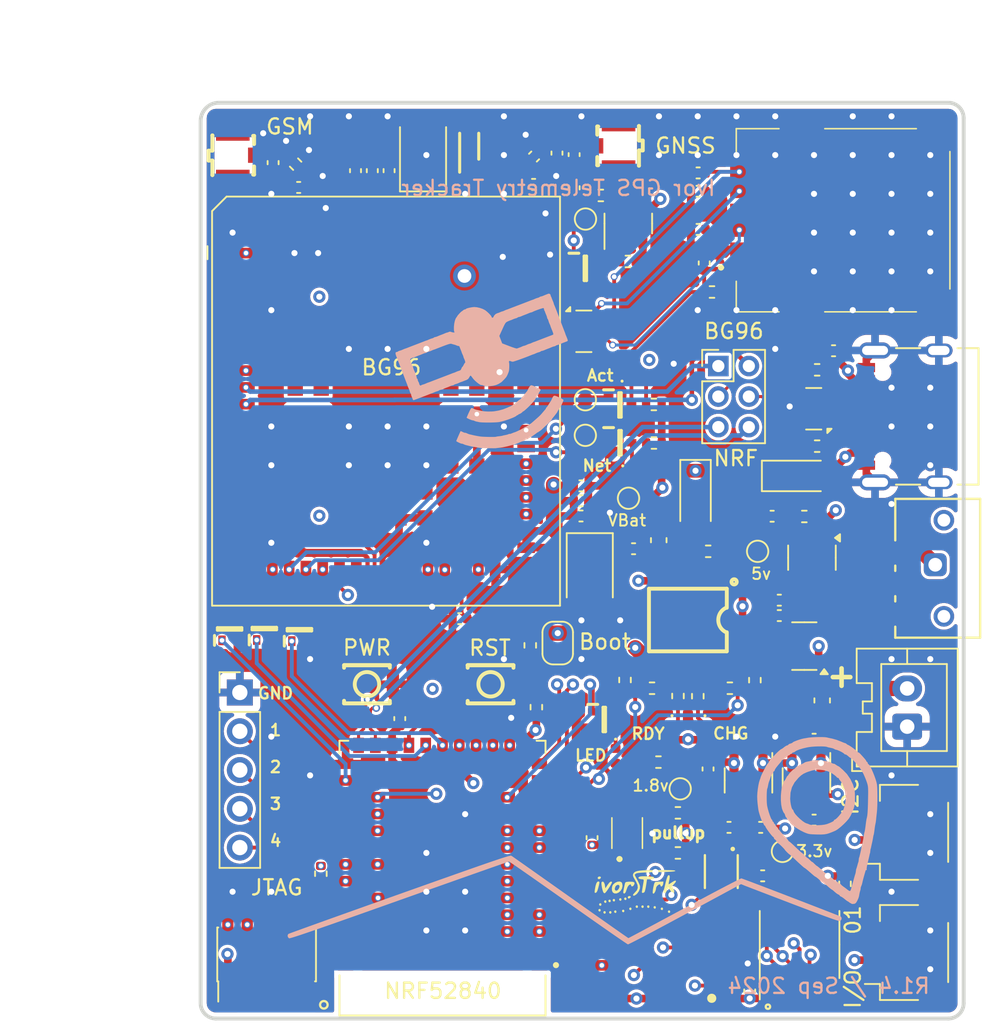
<source format=kicad_pcb>
(kicad_pcb (version 20240108) (generator "pcbnew") (generator_version "8.0")
  (title_block (rev "1") (comment 4 "AISLER Project ID: OAPIEAYA"))
  (layers (0 "F.Cu" mixed "GND") (1 "In1.Cu" signal) (2 "In2.Cu" signal) (31 "B.Cu" mixed) (34 "B.Paste" user) (35 "F.Paste" user) (36 "B.SilkS" user "B.Silkscreen") (37 "F.SilkS" user "F.Silkscreen") (38 "B.Mask" user) (39 "F.Mask" user) (44 "Edge.Cuts" user))
  (net 0 "")
  (net 1 "VBUS")
  (net 2 "GND")
  (net 3 "+3.3V")
  (net 4 "BG96_W_DISABLE_N")
  (net 5 "BG96_PWRKEY_N")
  (net 6 "BG96_RESET_N")
  (net 7 "VCC_GPS")
  (net 8 "VDD_NRF")
  (net 9 "SIM_RST")
  (net 10 "SIM_CLK")
  (net 11 "SIM_DATA")
  (net 12 "VBAT")
  (net 13 "+5V")
  (net 14 "Net-(D1-K)")
  (net 15 "Net-(D1-A)")
  (net 16 "Net-(D2-K)")
  (net 17 "Net-(D2-A)")
  (net 18 "VBAT_OUT")
  (net 19 "Net-(D11-K)")
  (net 20 "Net-(D12-K)")
  (net 21 "Net-(J9-CC1_A)")
  (net 22 "RDY_SET")
  (net 23 "CHG_DET")
  (net 24 "QSPI_CS")
  (net 25 "QSPI_DIO1")
  (net 26 "QSPI_DIO2")
  (net 27 "QSPI_DIO0")
  (net 28 "QSPI_CLK")
  (net 29 "QSPI_DIO3")
  (net 30 "IO0")
  (net 31 "IO1")
  (net 32 "SDA")
  (net 33 "SCL")
  (net 34 "SWDIO")
  (net 35 "SWDCLK")
  (net 39 "NRF_RESET")
  (net 40 "SIM_VDD")
  (net 41 "VBAT_IN")
  (net 43 "NRF_LED1")
  (net 44 "BG96_W_DISABLE")
  (net 45 "BG96_RESET")
  (net 46 "BG96_PWRKEY")
  (net 47 "BG96_NETLIGHT")
  (net 48 "GPS_EN")
  (net 49 "BUT1")
  (net 50 "BUT2")
  (net 51 "BUT3")
  (net 52 "BUT4")
  (net 53 "NRF_USB+")
  (net 54 "BG96_USB+")
  (net 55 "NRF_USB-")
  (net 56 "BG96_USB-")
  (net 57 "Net-(U3-ANT_GNSS)")
  (net 58 "BG96_PSM")
  (net 59 "BG96_AP_READY")
  (net 60 "BG96_STATUS")
  (net 61 "BG96_TX3")
  (net 62 "BG96_RX3")
  (net 63 "BG96_RTS")
  (net 64 "NRF_IO1")
  (net 66 "BAT_ALRT")
  (net 67 "BG96_TX2")
  (net 68 "BG96_RX2")
  (net 69 "BG96_CTS")
  (net 70 "BG96_RI")
  (net 71 "BG96_TX")
  (net 72 "BG96_RX")
  (net 73 "BG96_DTR")
  (net 74 "NRF_IO0")
  (net 75 "NRF_SDA")
  (net 76 "NRF_SCL")
  (net 77 "D-")
  (net 78 "D+")
  (net 81 "Net-(U3-ANT_MAIN)")
  (net 82 "Net-(Q10-C)")
  (net 83 "Net-(J9-CC1_B)")
  (net 125 "Net-(U3-USB_BOOT)")
  (net 129 "VDD_EXT")
  (net 130 "Net-(R17-Pad2)")
  (net 131 "Net-(ANT1-Pad1)")
  (net 132 "Net-(ANT2-Pad1)")
  (net 133 "Net-(C3-Pad2)")
  (net 135 "Net-(U11-OE)")
  (net 141 "Net-(D5-K)")
  (net 142 "Net-(D5-A)")
  (net 143 "Net-(J3-~{RESET})")
  (net 151 "unconnected-(U1-P0.17-Pad51)")
  (net 152 "Net-(U6-PROG)")
  (net 154 "Net-(U6-~{STDBY})")
  (net 155 "Net-(U6-~{CHRG})")
  (footprint "Capacitor_SMD:C_0402_1005Metric" (layer "F.Cu") (at 73.475 32.375 90)
    (property "Reference" "C3" (hide yes))
    (property "Value" "0.1uF" (hide yes))
  )
  (footprint "Capacitor_SMD:C_0402_1005Metric" (layer "F.Cu") (at 55.425 32.35)
    (property "Reference" "C26" (hide yes))
    (property "Value" "nc")
  )
  (footprint "Package_TO_SOT_SMD:SOT-23" (layer "F.Cu") (at 77.025 34.7125 90)
    (property "Reference" "Q11" (hide yes))
    (property "Value" "IRLML6401" (hide yes))
  )
  (footprint "Resistor_SMD:R_0402_1005Metric" (layer "F.Cu") (at 56.88 77.31 90)
    (property "Reference" "R14" (hide yes))
    (property "Value" "0")
  )
  (footprint "Capacitor_SMD:C_0603_1608Metric" (layer "F.Cu") (at 79.02 55.46 90)
    (property "Reference" "C34" (hide yes))
    (property "Value" "10uF")
  )
  (footprint "LED_SMD:LED_0402_1005Metric" (layer "F.Cu") (at 77.7075 45.04)
    (property "Reference" "D5" (hide yes))
    (property "Value" "LED Red")
  )
  (footprint "Capacitor_SMD:C_0402_1005Metric" (layer "F.Cu") (at 82 37.3 90)
    (property "Reference" "C2" (hide yes))
    (property "Value" "10nF" (hide yes))
  )
  (footprint "components:Pad" (layer "F.Cu") (at 66.29 38.15 180)
    (property "Reference" "H4" (hide yes))
    (property "Value" "Pad" (hide yes))
  )
  (footprint "Connector_JST:JST_SH_SM04B-SRSS-TB_1x04-1MP_P1.00mm_Horizontal" (layer "F.Cu") (at 95.3 74.6 90)
    (property "Reference" "J2" (hide yes))
    (property "Value" "I2C" (hide yes))
  )
  (footprint "HOLYIOT-18010-NRF52840:XCVR_HOLYIOT-18010-NRF52840" (layer "F.Cu") (at 64.85 77.6 180)
    (property "Reference" "U1" (hide yes))
    (property "Value" "HOLYIOT-18010-NRF52840" (hide yes))
  )
  (footprint "Diode_SMD:D_SOD-123F" (layer "F.Cu") (at 87.99 51.25)
    (property "Reference" "D3" (hide yes))
    (property "Value" "MBR140SFT1G" (hide yes))
  )
  (footprint "Capacitor_SMD:C_0402_1005Metric" (layer "F.Cu") (at 90.475 43.05 180)
    (property "Reference" "C18" (hide yes))
    (property "Value" "0.1uF" (hide yes))
  )
  (footprint "Capacitor_SMD:C_0402_1005Metric" (layer "F.Cu") (at 83.625 74.275)
    (property "Reference" "C17" (hide yes))
    (property "Value" "0.1uF" (hide yes))
  )
  (footprint "components:SHTC3" (layer "F.Cu") (at 76.95 75.05)
    (property "Reference" "U10" (hide yes))
    (property "Value" "SHTC3" (hide yes))
  )
  (footprint "Capacitor_Tantalum_SMD:CP_EIA-3528-21_Kemet-B" (layer "F.Cu") (at 63.575 30.15 90)
    (property "Reference" "C16" (hide yes))
    (property "Value" "100uF" (hide yes))
  )
  (footprint "TestPoint:TestPoint_Pad_D1.0mm" (layer "F.Cu") (at 74.21 46.26)
    (property "Reference" "TP7" (hide yes))
    (property "Value" "TestPoint")
  )
  (footprint "LED_SMD:LED_0402_1005Metric" (layer "F.Cu") (at 82.05 68.05 -90)
    (property "Reference" "D12" (hide yes))
    (property "Value" "Red")
  )
  (footprint "TestPoint:TestPoint_Pad_D1.0mm" (layer "F.Cu") (at 74.22 34.42)
    (property "Reference" "TP9" (hide yes))
    (property "Value" "TestPoint")
  )
  (footprint "components:SOTFL50P160X85-3N" (layer "F.Cu") (at 75.45 67.2075)
    (property "Reference" "Q5" (hide yes))
    (property "Value" "DTC043ZEBTL" (hide yes))
  )
  (footprint "components:SOD2512X110N" (layer "F.Cu") (at 66.6 29.65 90)
    (property "Reference" "Z1" (hide yes))
    (property "Value" "MM3Z5V1ST1G" (hide yes))
  )
  (footprint "Capacitor_SMD:C_0402_1005Metric" (layer "F.Cu") (at 72.35 30.1 -90)
    (property "Reference" "C28" (hide yes))
    (property "Value" "nc")
  )
  (footprint "Capacitor_SMD:C_0402_1005Metric" (layer "F.Cu") (at 86.92 60.4 180)
    (property "Reference" "C21" (hide yes))
    (property "Value" "1uF")
  )
  (footprint "Capacitor_SMD:C_0402_1005Metric" (layer "F.Cu") (at 82.25 70.45 -90)
    (property "Reference" "C22" (hide yes))
    (property "Value" "1uF" (hide yes))
  )
  (footprint "Capacitor_SMD:C_0402_1005Metric" (layer "F.Cu") (at 53.75 30.725 90)
    (property "Reference" "C8" (hide yes))
    (property "Value" "nc")
  )
  (footprint "footprints:12402012E212A" (layer "F.Cu") (at 97.375 47.35 90)
    (property "Reference" "J9" (hide yes))
    (property "Value" "USBC")
  )
  (footprint "Resistor_SMD:R_0402_1005Metric" (layer "F.Cu") (at 78.7 46.5675)
    (property "Reference" "R13" (hide yes))
    (property "Value" "4.7k")
  )
  (footprint "Capacitor_SMD:C_0402_1005Metric" (layer "F.Cu") (at 59.15 31.25 90)
    (property "Reference" "C10" (hide yes))
    (property "Value" "10pF" (hide yes))
  )
  (footprint "Resistor_SMD:R_0402_1005Metric" (layer "F.Cu") (at 89.4 49.3 180)
    (property "Reference" "R5" (hide yes))
    (property "Value" "5.1k" (hide yes))
  )
  (footprint "TestPoint:TestPoint_Pad_D1.0mm" (layer "F.Cu") (at 85.5 56.19)
    (property "Reference" "TP6" (hide yes))
    (property "Value" "TestPoint")
  )
  (footprint "Package_SO:TSSOP-14_4.4x5mm_P0.65mm" (layer "F.Cu") (at 88.25 81.95 90)
    (property "Reference" "U11" (hide yes))
    (property "Value" "TXS0104PWR" (hide yes))
  )
  (footprint "Capacitor_SMD:C_0402_1005Metric" (layer "F.Cu") (at 74.65 74.95 90)
    (property "Reference" "C35" (hide yes))
    (property "Value" "0.1uF")
  )
  (footprint "footprints:KEY-SMD_B3U-1000PM" (layer "F.Cu") (at 59.9 64.9 180)
    (property "Reference" "SW1" (hide yes))
    (property "Value" "PWR")
  )
  (footprint "Connector_PinHeader_2.54mm:PinHeader_1x05_P2.54mm_Vertical" (layer "F.Cu") (at 51.57 65.44)
    (property "Reference" "J1" (hide yes))
    (property "Value" "Conn_01x05_Pin")
  )
  (footprint "Resistor_SMD:R_0402_1005Metric" (layer "F.Cu") (at 76.81 64.62 90)
    (property "Reference" "R20" (hide yes))
    (property "Value" "2k")
  )
  (footprint "Capacitor_SMD:C_0402_1005Metric" (layer "F.Cu") (at 70.82 32.15)
    (property "Reference" "C27" (hide yes))
    (property "Value" "nc")
  )
  (footprint "RF_GSM:Quectel_BG96" (layer "F.Cu") (at 61.15 46.35)
    (property "Reference" "U3" (hide yes))
    (property "Value" "BG96")
  )
  (footprint "components:Pad" (layer "F.Cu") (at 97.14 57.07 180)
    (property "Reference" "H1" (hide yes))
    (property "Value" "Pad" (hide yes))
  )
  (footprint "Resistor_SMD:R_0402_1005Metric" (layer "F.Cu") (at 83.68 65.16)
    (property "Reference" "R15" (hide yes))
    (property "Value" "1k")
  )
  (footprint "Capacitor_Tantalum_SMD:CP_EIA-3528-21_Kemet-B" (layer "F.Cu") (at 74.5 57.46 -90)
    (property "Reference" "C15" (hide yes))
    (property "Value" "100uF" (hide yes))
  )
  (footprint "Inductor_SMD:L_0402_1005Metric_Pad0.77x0.64mm_HandSolder" (layer "F.Cu") (at 73.475 30.2 90)
    (property "Reference" "L1" (hide yes))
    (property "Value" "47nh" (hide yes))
  )
  (footprint "Resistor_SMD:R_0402_1005Metric" (layer "F.Cu") (at 55.225 30.825 -45)
    (property "Reference" "R18" (hide yes))
    (property "Value" "0" (hide yes))
  )
  (footprint "Resistor_SMD:R_0402_1005Metric" (layer "F.Cu") (at 91.225 77.975 90)
    (property "Reference" "R2" (hide yes))
    (property "Value" "4.7k" (hide yes))
  )
  (footprint "TestPoint:TestPoint_Pad_D1.0mm" (layer "F.Cu") (at 80.425 71.75)
    (property "Reference" "TP4" (hide yes))
    (property "Value" "TestPoint")
  )
  (footprint "Capacitor_SMD:C_0402_1005Metric" (layer "F.Cu") (at 85.83 77.45 180)
    (property "Reference" "C30" (hide yes))
    (property "Value" "0.1uF" (hide yes))
  )
  (footprint "Package_TO_SOT_SMD:SOT-23-3" (layer "F.Cu") (at 88.56 62.4 180)
    (property "Reference" "IC2" (hide yes))
    (property "Value" "DMP1045U-7")
  )
  (footprint "Resistor_SMD:R_0402_1005Metric" (layer "F.Cu") (at 80.28 65.67 -90)
    (property "Reference" "R23" (hide yes))
    (property "Value" "1k")
  )
  (footprint "components:SOTFL50P160X85-3N" (layer "F.Cu") (at 76.48 46.6)
    (property "Reference" "Q1" (hide yes))
    (property "Value" "DTC043ZEBTL" (hide yes))
  )
  (footprint "Capacitor_SMD:C_0402_1005Metric" (layer "F.Cu") (at 81.6 35.1)
    (property "Reference" "C5" (hide yes))
    (property "Value" "33pF" (hide yes))
  )
  (footprint "Capacitor_SMD:C_0402_1005Metric" (layer "F.Cu") (at 85.7 74.275 180)
    (property "Reference" "C23" (hide yes))
    (property "Value" "1uF" (hide yes))
  )
  (footprint "components:SOTFL50P160X85-3N" (layer "F.Cu") (at 53.175 61.25 90)
    (property "Reference" "Q7" (hide yes))
    (property "Value" "DTC043ZEBTL" (hide yes))
  )
  (footprint "TestPoint:TestPoint_Pad_D1.0mm" (layer "F.Cu") (at 87.125 75.85)
    (property "Reference" "TP5" (hide yes))
    (property "Value" "TestPoint")
  )
  (footprint "Resistor_SMD:R_0402_1005Metric" (layer "F.Cu") (at 78.705 49.0925)
    (property "Reference" "R12" (hide yes))
    (property "Value" "4.7k" (hide yes))
  )
  (footprint "Capacitor_SMD:C_0402_1005Metric" (layer "F.Cu") (at 65.98 60.6)
    (property "Reference" "C29" (hide yes))
    (property "Value" "0.1uF" (hide yes))
  )
  (footprint "Package_TO_SOT_SMD:SOT-23-5" (layer "F.Cu") (at 89.06 56.6075 -90)
    (property "Reference" "U9" (hide yes))
    (property "Value" "RP173N421B")
  )
  (footprint "Capacitor_SMD:C_0402_1005Metric" (layer "F.Cu") (at 70.85 30.325 -135)
    (property "Reference" "C4" (hide yes))
    (property "Value" "100pF" (hide yes))
  )
  (footprint "Resistor_SMD:R_0402_1005Metric" (layer "F.Cu") (at 71 66.4 90)
    (property "Reference" "R4" (hide yes))
    (property "Value" "10k" (hide yes))
  )
  (footprint "footprints:KEY-SMD_B3U-1000PM" (layer "F.Cu") (at 68 64.9)
    (property "Reference" "SW2" (hide yes))
    (property "Value" "RESET" (hide yes))
  )
  (footprint "Package_DFN_QFN:Diodes_UDFN-10_1.0x2.5mm_P0.5mm" (layer "F.Cu") (at 89.175 46.85 180)
    (property "Reference" "U5" (hide yes))
    (property "Value" "D3V3XA4B10LP" (hide yes))
  )
  (footprint "Capacitor_SMD:C_0402_1005Metric" (layer "F.Cu") (at 89.2 73.8 180)
    (property "Reference" "C25" (hide yes))
    (property "Value" "1uF" (hide yes))
  )
  (footprint "Package_DFN_QFN:Diodes_UDFN-10_1.0x2.5mm_P0.5mm" (layer "F.Cu") (at 74.1125 41.775)
    (property "Reference" "U2" (hide yes))
    (property "Value" "D3V3XA4B10LP")
  )
  (footprint "Resistor_SMD:R_0402_1005Metric" (layer "F.Cu") (at 85.32 64.63 90)
    (property "Reference" "R19" (hide yes))
    (property "Value" "2k")
  )
  (footprint "footprints:SW3_CSS-1210TB_NDC" (layer "F.Cu") (at 97.3 57.3 90)
    (property "Reference" "SW3" (hide yes))
    (property "Value" "SW_SPDT" (hide yes))
  )
  (footprint "components:DFN-8_L2.0-W2.0-P0.50-BL-EP" (layer "F.Cu") (at 83.12 77.172 180)
    (property "Reference" "U4" (hide yes))
    (property "Value" "MAX17048" (hide yes))
  )
  (footprint "Connector_PinHeader_2.00mm:PinHeader_2x03_P2.00mm_Vertical" (layer "F.Cu") (at 82.925 44.05)
    (property "Reference" "JP2" (hide yes))
    (property "Value" "USB Select" (hide yes))
  )
  (footprint "Capacitor_SMD:C_0402_1005Metric" (layer "F.Cu") (at 61.35 31.25 90)
    (property "Reference" "C12" (hide yes))
    (property "Value" "33pF" (hide yes))
  )
  (footprint "Capacitor_SMD:C_0402_1005Metric" (layer "F.Cu") (at 60.25 31.25 90)
    (property "Reference" "C14" (hide yes))
    (property "Value" "0.1uF" (hide yes))
  )
  (footprint "LED_SMD:LED_0402_1005Metric" (layer "F.Cu") (at 77.75 50.59)
    (property "Reference" "D2" (hide yes))
    (property "Value" "LED Blue" (hide yes))
  )
  (footprint "components:SOTFL50P160X85-3N" (layer "F.Cu") (at 74.21 37.65)
    (property "Reference" "Q10" (hide yes))
    (property "Value" "DTC143ZEBTL" (hide yes))
  )
  (footprint "Capacitor_SMD:C_0402_1005Metric" (layer "F.Cu") (at 62.05 67.15 90)
    (property "Reference" "C1" (hide yes))
    (property "Value" "4.7uF" (hide yes))
  )
  (footprint "components:SMN305" (layer "F.Cu") (at 90.9 34.5 90)
    (property "Reference" "J4" (hide yes))
    (property "Value" "SMN-305" (hide yes))
  )
  (footprint "Capacitor_SMD:C_0402_1005Metric" (layer "F.Cu") (at 77.37 56.02)
    (property "Reference" "C19" (hide yes))
    (property "Value" "0.1uF")
  )
  (footprint "Capacitor_SMD:C_0402_1005Metric" (layer "F.Cu") (at 73.925 53.875)
    (property "Reference" "C9" (hide yes))
    (property "Value" "10pF" (hide yes))
  )
  (footprint "Resistor_SMD:R_0402_1005Metric" (layer "F.Cu") (at 70.6 62.35 -90)
    (property "Reference" "R17" (hide yes))
    (property "Value" "10k" (hide yes))
  )
  (footprint "TestPoint:TestPoint_Pad_D1.0mm" (layer "F.Cu") (at 77.04 52.71)
    (property "Reference" "TP3" (hide yes))
    (property "Value" "TestPoint")
  )
  (footprint "Diode_SMD:D_SOD-123" (layer "F.Cu") (at 81.43 52.56 -90)
    (property "Reference" "D4" (hide yes))
    (property "Value" "LBZT52B5V6T1G" (hide yes))
  )
  (footprint "Resistor_SMD:R_0402_1005Metric" (layer "F.Cu") (at 88.56 53.9075)
    (property "Reference" "R7" (hide yes))
    (property "Value" "100k")
  )
  (footprint "Capacitor_SMD:C_0603_1608Metric" (layer "F.Cu") (at 89.73 65.96 90)
    (property "Reference" "C20" (hide yes))
    (property "Value" "10uF")
  )
  (footprint "Resistor_SMD:R_0402_1005Metric" (layer "F.Cu") (at 75.225 32.875)
    (property "Reference" "R11" (hide yes))
    (property "Value" "10" (hide yes))
  )
  (footprint "Capacitor_SMD:C_0402_1005Metric" (layer "F.Cu") (at 81.6 32.6)
    (property "Reference" "C6" (hide yes))
    (property "Value" "33pF" (hide yes))
  )
  (footprint "Resistor_SMD:R_0402_1005Metric" (layer "F.Cu") (at 78.58 65.16 180)
    (property "Reference" "R8" (hide yes))
    (property "Value" "1k")
  )
  (footprint "LED_SMD:LED_0402_1005Metric" (layer "F.Cu") (at 79.89 68.05 -90)
    (property "Reference" "D11" (hide yes))
    (property "Value" "Green")
  )
  (footprint "components:SOTFL50P160X85-3N" (layer "F.Cu") (at 55.475 61.325 90)
    (property "Reference" "Q6" (hide yes))
    (property "Value" "DTC043ZEBTL" (hide yes))
  )
  (footprint "Resistor_SMD:R_0402_1005Metric" (layer "F.Cu") (at 79 70)
    (property "Reference" "R9" (hide yes))
    (property "Value" "4.7k")
  )
  (footprint "Capacitor_SMD:C_0402_1005Metric" (layer "F.Cu") (at 89.2 68.5 180)
    (property "Reference" "C24" (hide yes))
    (property "Value" "1uF" (hide yes))
  )
  (footprint "Package_TO_SOT_SMD:SOT-23-5" (layer "F.Cu") (at 88.7 71.2 -90)
    (property "Reference" "U8" (hide yes))
    (property "Value" "AP2127K-1.8" (hide yes))
  )
  (footprint "Connector_JST:JST_XA_B02B-XASK-1_1x02_P2.50mm_Vertical" (layer "F.Cu") (at 95.3 67.675 90)
    (property "Reference" "J7" (hide yes))
    (property "Value" "BAT_CON" (hide yes))
  )
  (footprint "Capacitor_SMD:C_0402_1005Metric" (layer "F.Cu") (at 81.6 31.4)
    (property "Reference" "C7" (hide yes))
    (property "Value" "33pF" (hide yes))
  )
  (footprint "Resistor_SMD:R_0402_1005Metric" (layer "F.Cu") (at 82.26 56.19)
    (property "Reference" "R22" (hide yes))
    (property "Value" "1.2k")
  )
  (footprint "Resistor_SMD:R_0402_1005Metric" (layer "F.Cu") (at 77 37.2 180)
    (property "Reference" "R16" (hide yes))
    (property "Value" "10k" (hide yes))
  )
  (footprint "components:ESOP-8_L4.9-W3.9-P1.27-LS6.0-BL-EP" (layer "F.Cu") (at 80.93 60.69 180)
    (property "Reference" "U6" (hide yes))
    (property "Value" "TP4056" (hide yes))
  )
  (footprint "LOGO" (layer "F.Cu") (at 77.35 78.525)
    (property "Reference" "G***" (hide yes))
    (property "Value" "LOGO" (hide yes))
  )
  (footprint "Capacitor_SMD:C_0402_1005Metric" (layer "F.Cu") (at 73.925 52.875)
    (property "Reference" "C11" (hide yes))
    (property "Value" "33pF" (hide yes))
  )
  (footprint "Resistor_SMD:R_0402_1005Metric" (layer "F.Cu") (at 82.51 39.2)
    (property "Reference" "R10" (hide yes))
    (property "Value" "10k" (hide yes))
  )
  (footprint "Capacitor_SMD:C_0402_1005Metric" (layer "F.Cu") (at 86.92 59.39)
    (property "Reference" "C33" (hide yes))
    (property "Value" "0.1uF")
  )
  (footprint "components:RF-SMD_FRF05002-JSS103M" (layer "F.Cu") (at 51.87 30.24 90)
    (property "Reference" "ANT1" (hide yes))
    (property "Value" "U.FL-R-SMT-1_10_" (hide yes))
  )
  (footprint "Package_TO_SOT_SMD:SOT-23-5" (layer "F.Cu") (at 84.9 71.2 -90)
    (property "Reference" "U7" (hide yes))
    (property "Value" "AP2127K-3.3" (hide yes))
  )
  (footprint "Resistor_SMD:R_0402_1005Metric" (layer "F.Cu") (at 80.275 75.95 180)
    (property "Reference" "R3" (hide yes))
    (property "Value" "10k" (hide yes))
  )
  (footprint "components:SOIC-8_L5.3-W5.3-P1.27-LS7.9-BL" (layer "F.Cu") (at 79.19 82.68 90)
    (property "Reference" "IC1" (hide yes))
    (property "Value" "IS25WP064A-JBLE" (hide yes))
  )
  (footprint "Capacitor_SMD:C_0402_1005Metric" (layer "F.Cu") (at 86.45 53.89)
    (property "Reference" "C32" (hide yes))
    (property "Value" "0.1uF")
  )
  (footprint "Resistor_SMD:R_0402_1005Metric" (layer "F.Cu") (at 89.4 44.3 180)
    (property "Reference" "R6" (hide yes))
    (property "Value" "5.1k" (hide yes))
  )
  (footprint "components:SOTFL50P160X85-3N" (layer "F.Cu") (at 50.9 61.275 90)
    (property "Reference" "Q8" (hide yes))
    (property "Value" "DTC043ZEBTL" (hide yes))
  )
  (footprint "LED_SMD:LED_0402_1005Metric" (layer "F.Cu") (at 76.19 69.5875 -90)
    (property "Reference" "D1" (hide yes))
    (property "Value" "LED Orange" (hide yes))
  )
  (footprint "Connector_JST:JST_SH_SM04B-SRSS-TB_1x04-1MP_P1.00mm_Horizontal" (layer "F.Cu") (at 95.3 82.475 90)
    (property "Reference" "J6" (hide yes))
    (property "Value" "I2C" (hide yes))
  )
  (footprint "Jumper:SolderJumper-2_P1.3mm_Open_RoundedPad1.0x1.5mm" (layer "F.Cu") (at 72.4 62.2 90)
    (property "Reference" "TP1" (hide yes))
    (property "Value" "TestPoint_2Pole" (hide yes))
  )
  (footprint "Resistor_SMD:R_0402_1005Metric" (layer "F.Cu") (at 80.275 73.325 180)
    (property "Reference" "R1" (hide yes))
    (property "Value" "10k" (hide yes))
  )
  (footprint "Resistor_SMD:R_0402_1005Metric" (layer "F.Cu") (at 81.58 65.68 -90)
    (property "Reference" "R24" (hide yes))
    (property "Value" "1k")
  )
  (footprint "Capacitor_SMD:C_0402_1005Metric" (layer "F.Cu") (at 73.925 51.9)
    (property "Reference" "C13" (hide yes))
    (property "Value" "0.1uF" (hide yes))
  )
  (footprint "Connector_PinHeader_1.27mm:PinHeader_2x05_P1.27mm_Vertical_SMD" (layer "F.Cu") (at 53.325 82.6 90)
    (property "Reference" "J3" (hide yes))
    (property "Value" "JTAG")
  )
  (footprint "TestPoint:TestPoint_Pad_D1.0mm" (layer "F.Cu") (at 74.21 48.59)
    (property "Reference" "TP8" (hide yes))
    (property "Value" "TestPoint")
  )
  (footprint "components:RF-SMD_FRF05002-JSS103M" (layer "F.Cu") (at 75.625 29.625 -90)
    (property "Reference" "ANT2" (hide yes))
    (property "Value" "U.FL-R-SMT-1_10_" (hide yes))
  )
  (footprint "components:SOTFL50P160X85-3N" (layer "F.Cu") (at 76.485 49.075)
    (property "Reference" "Q9" (hide yes))
    (property "Value" "DTC043ZEBTL" (hide yes))
  )
  (footprint "Capacitor_SMD:C_0402_1005Metric" (layer "F.Cu") (at 84.98 85 -90)
    (property "Reference" "C31" (hide yes))
    (property "Value" "0.1uF" (hide yes))
  )
  (footprint "LOGO" (layer "B.Cu") (at 67.6 44.475 180)
    (property "Reference" "G***" (hide yes))
    (property "Value" "LOGO" (hide yes))
  )
  (footprint "LOGO" (layer "B.Cu") (at 74.17581 76.043058 180)
    (property "Reference" "G***" (hide yes))
    (property "Value" "LOGO" (hide yes))
  )
  (gr_circle (center 57.075 85.9) (end 57.25 86.075) (stroke (width 0.15)) (fill none) (layer "F.SilkS"))
  (gr_circle (center 86.175 86.025) (end 86.275 86.125) (stroke (width 0.15)) (fill none) (layer "F.SilkS"))
  (gr_line (start 98 86.8) (end 50 86.8) (stroke (width 0.25)) (layer "Edge.Cuts"))
  (gr_arc (start 98 26.8) (mid 98.707106 27.092893) (end 98.999998 27.8) (stroke (width 0.25)) (layer "Edge.Cuts"))
  (gr_line (start 98.999998 27.8) (end 98.999998 85.8) (stroke (width 0.25)) (layer "Edge.Cuts"))
  (gr_line (start 49 85.8) (end 49 28) (stroke (width 0.25)) (layer "Edge.Cuts"))
  (gr_line (start 50.2 26.8) (end 98 26.8) (stroke (width 0.25)) (layer "Edge.Cuts"))
  (gr_arc (start 99 85.8) (mid 98.707107 86.507106) (end 98 86.8) (stroke (width 0.25)) (layer "Edge.Cuts"))
  (gr_arc (start 49 28) (mid 49.351472 27.151472) (end 50.2 26.8) (stroke (width 0.25)) (layer "Edge.Cuts"))
  (gr_arc (start 50 86.8) (mid 49.292894 86.507107) (end 49 85.8) (stroke (width 0.25)) (layer "Edge.Cuts"))
  (gr_text "R1.4 / Sep 2024" (at 96.875 85.25 0) (layer "B.SilkS") (effects (font (size 1 1)) (justify left bottom mirror)))
  (gr_text "Ivor GPS Telemetry Tracker" (at 82.825 32.975 0) (layer "B.SilkS") (effects (font (size 1 1)) (justify left bottom mirror)))
  (gr_text "RST" (at 66.5 63.1 0) (layer "F.SilkS") (effects (font (size 1 1)) (justify left bottom)))
  (gr_text "Act" (at 74.23 45.11 0) (layer "F.SilkS") (effects (font (size 0.75 0.75)) (justify left bottom)))
  (gr_text "BG96" (at 59.45 44.725 0) (layer "F.SilkS") (effects (font (size 1 1)) (justify left bottom)))
  (gr_text "pullup" (at 80.3 74.2 0) (layer "F.SilkS") (effects (font (size 0.75 0.75) (thickness 0.1875) (bold yes)) (justify top)))
  (gr_text "GNSS" (at 78.7 30.2 0) (layer "F.SilkS") (effects (font (size 1 1)) (justify left bottom)))
  (gr_text "GSM" (at 53.2 28.95 0) (layer "F.SilkS") (effects (font (size 1 1)) (justify left bottom)))
  (gr_text "GND\n\n1\n\n2\n\n3\n\n4" (at 53.91 75.59 0) (layer "F.SilkS") (effects (font (size 0.75 0.75)) (justify bottom)))
  (gr_text "VBat" (at 75.6 54.6 0) (layer "F.SilkS") (effects (font (size 0.75 0.75) (thickness 0.125)) (justify left bottom)))
  (gr_text "LED" (at 73.45 70 0) (layer "F.SilkS") (effects (font (size 0.75 0.75)) (justify left bottom)))
  (gr_text "+" (at 89.875 65.2 0) (layer "F.SilkS") (effects (font (size 1.5 1.5) (thickness 0.3) (bold yes)) (justify left bottom)))
  (gr_text "NRF" (at 82.52 50.68 0) (layer "F.SilkS") (effects (font (size 1 1)) (justify left bottom)))
  (gr_text "RDY" (at 77.15 68.58 0) (layer "F.SilkS") (effects (font (size 0.75 0.75)) (justify left bottom)))
  (gr_text "5v" (at 85 58.1 0) (layer "F.SilkS") (effects (font (size 0.75 0.75) (thickness 0.125)) (justify left bottom)))
  (gr_text "I2C" (at 92.175 73.575 90) (layer "F.SilkS") (effects (font (size 1 1)) (justify left bottom)))
  (gr_text "I/O   01" (at 92.325 86.25 90) (layer "F.SilkS") (effects (font (size 1 1)) (justify left bottom)))
  (gr_text "Boot" (at 73.7 62.7 0) (layer "F.SilkS") (effects (font (size 1 1)) (justify left bottom)))
  (gr_text "3.3v" (at 87.95 76.275 0) (layer "F.SilkS") (effects (font (size 0.75 0.75) (thickness 0.125)) (justify left bottom)))
  (gr_text "Net" (at 73.94 51.02 0) (layer "F.SilkS") (effects (font (size 0.75 0.75)) (justify left bottom)))
  (gr_text "BG96" (at 81.89 42.35 0) (layer "F.SilkS") (effects (font (size 1 1)) (justify left bottom)))
  (gr_text "CHG" (at 82.5 68.56 0) (layer "F.SilkS") (effects (font (size 0.75 0.75)) (justify left bottom)))
  (gr_text "1.8v" (at 77.225 71.975 0) (layer "F.SilkS") (effects (font (size 0.75 0.75) (thickness 0.125)) (justify left bottom)))
  (gr_text "JTAG" (at 52.2 78.8 0) (layer "F.SilkS") (effects (font (size 1 1)) (justify left bottom)))
  (gr_text "NRF52840" (at 60.95 85.575 0) (layer "F.SilkS") (effects (font (size 1 1)) (justify left bottom)))
  (segment (start 61.55 68.13) (end 61.55 68.9) (width 0.5) (layer "F.Cu") (net 1))
  (segment (start 91.814936 44.95) (end 91.418945 44.554009) (width 0.5) (layer "F.Cu") (net 1))
  (segment (start 91.25 50) (end 91.3 50) (width 0.5) (layer "F.Cu") (net 1))
  (segment (start 89.39 51.25) (end 90.05 51.25) (width 0.5) (layer "F.Cu") (net 1))
  (segment (start 62.05 67.63) (end 61.55 68.13) (width 0.5) (layer "F.Cu") (net 1))
  (segment (start 90.955 43.883449) (end 91.418945 44.347394) (width 0.5) (layer "F.Cu") (net 1))
  (segment (start 61.55 68.9) (end 61.55 69.9) (width 0.5) (layer "F.Cu") (net 1))
  (segment (start 92.625 44.95) (end 91.814936 44.95) (width 0.5) (layer "F.Cu") (net 1))
  (segment (start 91.418945 44.554009) (end 91.418945 44.347394) (width 0.5) (layer "F.Cu") (net 1))
  (segment (start 91.55 49.75) (end 92.625 49.75) (width 0.5) (layer "F.Cu") (net 1))
  (segment (start 90.05 51.25) (end 91.25 50.05) (width 0.5) (layer "F.Cu") (net 1))
  (segment (start 91.25 50.05) (end 91.25 50) (width 0.5) (layer "F.Cu") (net 1))
  (segment (start 91.3 50) (end 91.55 49.75) (width 0.5) (layer "F.Cu") (net 1))
  (segment (start 66.164998 70.67) (end 66.87 71.375002) (width 0.5) (layer "F.Cu") (net 1))
  (segment (start 90.955 43.05) (end 90.955 43.883449) (width 0.5) (layer "F.Cu") (net 1))
  (segment (start 61.55 69.9) (end 62.32 70.67) (width 0.5) (layer "F.Cu") (net 1))
  (segment (start 62.32 70.67) (end 66.164998 70.67) (width 0.5) (layer "F.Cu") (net 1))
  (via (at 66.87 71.375002) (size 0.8) (drill 0.4) (layers "F.Cu" "B.Cu") (net 1))
  (via (at 91.25 50) (size 0.8) (drill 0.4) (layers "F.Cu" "B.Cu") (net 1))
  (via (at 91.418945 44.347394) (size 0.8) (drill 0.4) (layers "F.Cu" "B.Cu") (net 1))
  (segment (start 83.4 36.8) (end 83.795 36.405) (width 0.3) (layer "F.Cu") (net 2))
  (segment (start 92.625 51.1) (end 93.195 51.67) (width 0.5) (layer "F.Cu") (net 2))
  (segment (start 92.625 44.15) (end 92.625 43.6) (width 0.5) (layer "F.Cu") (net 2))
  (segment (start 92.625 43.6) (end 93.195 43.03) (width 0.5) (layer "F.Cu") (net 2))
  (segment (start 82.12 36.8) (end 83.4 36.8) (width 0.3) (layer "F.Cu") (net 2))
  (segment (start 92.625 50.55) (end 92.625 51.1) (width 0.5) (layer "F.Cu") (net 2))
  (segment (start 83.795 36.405) (end 84.45 36.405) (width 0.3) (layer "F.Cu") (net 2))
  (segment (start 59.15 30.77) (end 61.35 30.77) (width 0.5) (layer "F.Cu") (net 2))
  (via (at 61.253685 27.689736) (size 0.8) (drill 0.4) (layers "F.Cu" "B.Cu") (net 2))
  (via (at 78.6 74.675) (size 0.8) (drill 0.4) (layers "F.Cu" "B.Cu") (net 2))
  (via (at 86.653685 40.389736) (size 0.8) (drill 0.4) (layers "F.Cu" "B.Cu") (net 2))
  (via (at 51.093685 35.309736) (size 0.8) (drill 0.4) (layers "F.Cu" "B.Cu") (net 2))
  (via (at 63.793685 50.549736) (size 0.8) (drill 0.4) (layers "F.Cu" "B.Cu") (net 2))
  (via (at 76.493685 60.709736) (size 0.8) (drill 0.4) (layers "F.Cu" "B.Cu") (net 2))
  (via (at 84.113685 40.389736) (size 0.8) (drill 0.4) (layers "F.Cu" "B.Cu") (net 2))
  (via (at 86.653685 27.689736) (size 0.8) (drill 0.4) (layers "F.Cu" "B.Cu") (net 2))
  (via (at 91.733685 35.309736) (size 0.8) (drill 0.4) (layers "F.Cu" "B.Cu") (net 2))
  (via (at 58.713685 42.929736) (size 0.8) (drill 0.4) (layers "F.Cu" "B.Cu") (net 2))
  (via (at 86.653685 42.929736) (size 0.8) (drill 0.4) (layers "F.Cu" "B.Cu") (net 2))
  (via (at 70.3 28.9) (size 0.8) (drill 0.4) (layers "F.Cu" "B.Cu") (net 2))
  (via (at 68.59 44.45) (size 0.8) (drill 0.4) (layers "F.Cu" "B.Cu") (net 2))
  (via (at 54.6 29.3) (size 0.8) (drill 0.4) (layers "F.Cu" "B.Cu") (net 2))
  (via (at 96.813685 37.849736) (size 0.8) (drill 0.4) (layers "F.Cu" "B.Cu") (net 2))
  (via (at 63.793685 75.949736) (size 0.8) (drill 0.4) (layers "F.Cu" "B.Cu") (net 2))
  (via (at 91.733685 37.849736) (size 0.8) (drill 0.4) (layers "F.Cu" "B.Cu") (net 2))
  (via (at 72.3 31.6) (size 0.8) (drill 0.4) (layers "F.Cu" "B.Cu") (net 2))
  (via (at 89.193685 35.309736) (size 0.8) (drill 0.4) (layers "F.Cu" "B.Cu") (net 2))
  (via (at 58.713685 27.689736) (size 0.8) (drill 0.4) (layers "F.Cu" "B.Cu") (net 2))
  (via (at 57.2 33.7) (size 0.8) (drill 0.4) (layers "F.Cu" "B.Cu") (net 2))
  (via (at 96.813685 63.249736) (size 0.8) (drill 0.4) (layers "F.Cu" "B.Cu") (net 2))
  (via (at 56.173685 70.869736) (size 0.8) (drill 0.4) (layers "F.Cu" "B.Cu") (net 2))
  (via (at 94.273685 78.489736) (size 0.8) (drill 0.4) (layers "F.Cu" "B.Cu") (net 2))
  (via (at 94.273685 30.229736) (size 0.8) (drill 0.4) (layers "F.Cu" "B.Cu") (net 2))
  (via (at 68.8 36.9) (size 0.8) (drill 0.4) (layers "F.Cu" "B.Cu") (net 2))
  (via (at 94.273685 32.769736) (size 0.8) (drill 0.4) (layers "F.Cu" "B.Cu") (net 2))
  (via (at 96.813685 73.409736) (size 0.8) (drill 0.4) (layers "F.Cu" "B.Cu") (net 2))
  (via (at 63.793685 55.629736) (size 0.8) (drill 0.4) (layers "F.Cu" "B.Cu") (net 2))
  (via (at 96.813685 32.769736) (size 0.8) (drill 0.4) (layers "F.Cu" "B.Cu") (net 2))
  (via (at 94.273685 53.089736) (size 0.8) (drill 0.4) (layers "F.Cu" "B.Cu") (net 2))
  (via (at 58.713685 50.549736) (size 0.8) (drill 0.4) (layers "F.Cu" "B.Cu") (net 2))
  (via (at 63.793685 81.029736) (size 0.8) (drill 0.4) (layers "F.Cu" "B.Cu") (net 2))
  (via (at 96.813685 45.469736) (size 0.8) (drill 0.4) (layers "F.Cu" "B.Cu") (net 2))
  (via (at 89.193685 37.849736) (size 0.8) (drill 0.4) (layers "F.Cu" "B.Cu") (net 2))
  (via (at 66.333685 78.489736) (size 0.8) (drill 0.4) (layers "F.Cu" "B.Cu") (net 2))
  (via (at 94.273685 48.009736) (size 0.8) (drill 0.4) (layers "F.Cu" "B.Cu") (net 2))
  (via (at 53.633685 55.629736) (size 0.8) (drill 0.4) (layers "F.Cu" "B.Cu") (net 2))
  (via (at 94.273685 63.249736) (size 0.8) (drill 0.4) (layers "F.Cu" "B.Cu") (net 2))
  (via (at 94.273685 45.469736) (size 0.8) (drill 0.4) (layers "F.Cu" "B.Cu") (net 2))
  (via (at 84.113685 68.329736) (size 0.8) (drill 0.4) (layers "F.Cu" "B.Cu") (net 2))
  (via (at 66.333685 73.409736) (size 0.8) (drill 0.4) (layers "F.Cu" "B.Cu") (net 2))
  (via (at 68.873685 48.009736) (size 0.8) (drill 0.4) (layers "F.Cu" "B.Cu") (net 2))
  (via (at 56.173685 27.689736) (size 0.8) (drill 0.4) (layers "F.Cu" "B.Cu") (net 2))
  (via (at 68.873685 63.249736) (size 0.8) (drill 0.4) (layers "F.Cu" "B.Cu") (net 2))
  (via (at 94.273685 27.689736) (size 0.8) (drill 0.4) (layers "F.Cu" "B.Cu") (net 2))
  (via (at 91.733685 30.229736) (size 0.8) (drill 0.4) (layers "F.Cu" "B.Cu") (net 2))
  (via (at 51.093685 78.489736) (size 0.8) (drill 0.4) (layers "F.Cu" "B.Cu") (net 2))
  (via (at 68.873685 27.689736) (size 0.8) (drill 0.4) (layers "F.Cu" "B.Cu") (net 2))
  (via (at 63.793685 48.009736) (size 0.8) (drill 0.4) (layers "F.Cu" "B.Cu") (net 2))
  (via (at 71.6 34.05) (size 0.8) (drill 0.4) (layers "F.Cu" "B.Cu") (net 2))
  (via (at 86.653685 68.329736) (size 0.8) (drill 0.4) (layers "F.Cu" "B.Cu") (net 2))
  (via (at 91.733685 32.769736) (size 0.8) (drill 0.4) (layers "F.Cu" "B.Cu") (net 2))
  (via (at 96.813685 50.549736) (size 0.8) (drill 0.4) (layers "F.Cu" "B.Cu") (net 2))
  (via (at 89.193685 30.229736) (size 0.8) (drill 0.4) (layers "F.Cu" "B.Cu") (net 2))
  (via (at 58.713685 48.009736) (size 0.8) (drill 0.4) (layers "F.Cu" "B.Cu") (net 2))
  (via (at 68.873685 30.229736) (size 0.8) (drill 0.4) (layers "F.Cu" "B.Cu") (net 2))
  (via (at 96.813685 30.229736) (size 0.8) (drill 0.4) (layers "F.Cu" "B.Cu") (net 2))
  (via (at 86.653685 30.229736) (size 0.8) (drill 0.4) (layers "F.Cu" "B.Cu") (net 2))
  (via (at 66.333685 81.029736) (size 0.8) (drill 0.4) (layers "F.Cu" "B.Cu") (net 2))
  (via (at 80 43.9) (size 0.8) (drill 0.4) (layers "F.Cu" "B.Cu") (net 2))
  (via (at 84.113685 30.229736) (size 0.8) (drill 0.4) (layers "F.Cu" "B.Cu") (net 2))
  (via (at 94.273685 37.849736) (size 0.8) (drill 0.4) (layers "F.Cu" "B.Cu") (net 2))
  (via (at 56.1 29.9) (size 0.8) (drill 0.4) (layers "F.Cu" "B.Cu") (net 2))
  (via (at 87.6 46.7) (size 0.8) (drill 0.4) (layers "F.Cu" "B.Cu") (net 2))
  (via (at 79.033685 30.229736) (size 0.8) (drill 0.4) (layers "F.Cu" "B.Cu") (net 2))
  (via (at 84.85 83.19) (size 0.8) (drill 0.4) (layers "F.Cu" "B.Cu") (net 2))
  (via (at 56.173685 63.249736) (size 0.8) (drill 0.4) (layers "F.Cu" "B.Cu") (net 2))
  (via (at 96.813685 35.309736) (size 0.8) (drill 0.4) (layers "F.Cu" "B.Cu") (net 2))
  (via (at 53.633685 48.009736) (size 0.8) (drill 0.4) (layers "F.Cu" "B.Cu") (net 2))
  (via (at 53.633685 32.769736) (size 0.8) (drill 0.4) (layers "F.Cu" "B.Cu") (net 2))
  (via (at 63.793685 42.929736) (size 0.8) (drill 0.4) (layers "F.Cu" "B.Cu") (net 2))
  (via (at 73.953685 60.709736) (size 0.8) (drill 0.4) (layers "F.Cu" "B.Cu") (net 2))
  (via (at 75.82 53.66) (size 0.8) (drill 0.4) (layers "F.Cu" "B.Cu") (net 2))
  (via (at 53.633685 78.489736) (size 0.8) (drill 0.4) (layers "F.Cu" "B.Cu") (net 2))
  (via (at 81.573685 27.689736) (size 0.8) (drill 0.4) (layers "F.Cu" "B.Cu") (net 2))
  (via (at 63.793685 30.229736) (size 0.8) (drill 0.4) (layers "F.Cu" "B.Cu") (net 2))
  (via (at 96.813685 83.569736) (size 0.8) (drill 0.4) (layers "F.Cu" "B.Cu") (net 2))
  (via (at 53.633685 50.549736) (size 0.8) (drill 0.4) (layers "F.Cu" "B.Cu") (net 2))
  (via (at 55.15 36.65) (size 0.8) (drill 0.4) (layers "F.Cu" "B.Cu") (net 2))
  (via (at 69.35 67.1) (size 0.8) (drill 0.4) (layers "F.Cu" "B.Cu") (net 2))
  (via (at 91.733685 27.689736) (size 0.8) (drill 0.4) (layers "F.Cu" "B.Cu") (net 2))
  (via (at 68.873685 32.769736) (size 0.8) (drill 0.4) (layers "F.Cu" "B.Cu") (net 2))
  (via (at 96.813685 81.029736) (size 0.8) (drill 0.4) (layers "F.Cu" "B.Cu") (net 2))
  (via (at 61.253685 48.009736) (size 0.8) (drill 0.4) (layers "F.Cu" "B.Cu") (net 2))
  (via (at 96.813685 75.949736) (size 0.8) (drill 0.4) (layers "F.Cu" "B.Cu") (net 2))
  (via (at 79.033685 27.689736) (size 0.8) (drill 0.4) (layers "F.Cu" "B.Cu") (net 2))
  (via (at 61.253685 42.929736) (size 0.8) (drill 0.4) (layers "F.Cu" "B.Cu") (net 2))
  (via (at 63.793685 78.489736) (size 0.8) (drill 0.4) (layers "F.Cu" "B.Cu") (net 2))
  (via (at 57 31.6) (size 0.8) (drill 0.4) (layers "F.Cu" "B.Cu") (net 2))
  (via (at 84.113685 27.689736) (size 0.8) (drill 0.4) (layers "F.Cu" "B.Cu") (net 2))
  (via (at 89.193685 32.769736) (size 0.8) (drill 0.4) (layers "F.Cu" "B.Cu") (net 2))
  (via (at 66.333685 32.769736) (size 0.8) (drill 0.4) (layers "F.Cu" "B.Cu") (net 2))
  (via (at 73.953685 27.689736) (size 0.8) (drill 0.4) (layers "F.Cu" "B.Cu") (net 2))
  (via (at 81.573685 30.229736) (size 0.8) (drill 0.4) (layers "F.Cu" "B.Cu") (net 2))
  (via (at 94.273685 40.389736) (size 0.8) (drill 0.4) (layers "F.Cu" "B.Cu") (net 2))
  (via (at 81.573685 40.389736) (size 0.8) (drill 0.4) (layers "F.Cu" "B.Cu") (net 2))
  (via (at 64.17 59.82) (size 0.8) (drill 0.4) (layers "F.Cu" "B.Cu") (net 2))
  (via (at 96.813685 48.009736) (size 0.8) (drill 0.4) (layers "F.Cu" "B.Cu") (net 2))
  (via (at 53.633685 40.389736) (size 0.8) (drill 0.4) (layers "F.Cu" "B.Cu") (net 2))
  (via (at 53.1 28.8) (size 0.8) (drill 0.4) (layers "F.Cu" "B.Cu") (net 2))
  (via (at 71.9 36.75) (size 0.8) (drill 0.4) (layers "F.Cu" "B.Cu") (net 2))
  (via (at 53.633685 68.329736) (size 0.8) (drill 0.4) (layers "F.Cu" "B.Cu") (net 2))
  (via (at 94.273685 70.869736) (size 0.8) (drill 0.4) (layers "F.Cu" "B.Cu") (net 2))
  (via (at 91.733685 40.389736) (size 0.8) (drill 0.4) (layers "F.Cu" "B.Cu") (net 2))
  (via (at 56.7 36.65) (size 0.8) (drill 0.4) (layers "F.Cu" "B.Cu") (net 2))
  (via (at 94.273685 35.309736) (size 0.8) (drill 0.4) (layers "F.Cu" "B.Cu") (net 2))
  (via (at 61.253685 50.549736) (size 0.8) (drill 0.4) (layers "F.Cu" "B.Cu") (net 2))
  (via (at 73.953685 63.249736) (size 0.8) (drill 0.4) (layers "F.Cu" "B.Cu") (net 2))
  (segment (start 86.18 74.275) (end 86.18 74.905) (width 0.5) (layer "F.Cu") (net 3))
  (segment (start 86.255 74.35) (end 86.18 74.275) (width 0.5) (layer "F.Cu") (net 3))
  (segment (start 91.85 82.975) (end 93.3 82.975) (width 0.5) (layer "F.Cu") (net 3))
  (segment (start 87.125 75.85) (end 86.3 76.675) (width 0.5) (layer "F.Cu") (net 3))
  (segment (start 91.856459 75.1) (end 93.3 75.1) (width 0.5) (layer "F.Cu") (net 3))
  (segment (start 86.18 74.905) (end 87.125 75.85) (width 0.5) (layer "F.Cu") (net 3))
  (segment (start 86.3 77.46) (end 86.3 79.0875) (width 0.5) (layer "F.Cu") (net 3))
  (segment (start 85.85 72.3375) (end 86.18 72.6675) (width 0.5) (layer "F.Cu") (net 3))
  (segment (start 86.3 76.675) (end 86.3 77.44) (width 0.5) (layer "F.Cu") (net 3))
  (segment (start 87.3 74.35) (end 86.255 74.35) (width 0.5) (layer "F.Cu") (net 3))
  (segment (start 86.18 72.6675) (end 86.18 74.275) (width 0.5) (layer "F.Cu") (net 3))
  (via (at 91.85 82.975) (size 0.8) (drill 0.4) (layers "F.Cu" "B.Cu") (net 3))
  (via (at 87.3 74.35) (size 0.8) (drill 0.4) (layers "F.Cu" "B.Cu") (net 3))
  (via (at 91.856459 75.1) (size 0.8) (drill 0.4) (layers "F.Cu" "B.Cu") (net 3))
  (segment (start 54.725 60.575) (end 51.97 57.82) (width 0.25) (layer "F.Cu") (net 4))
  (segment (start 55.475 60.575) (end 54.725 60.575) (width 0.25) (layer "F.Cu") (net 4))
  (segment (start 51.97 57.82) (end 51.97 55.95) (width 0.25) (layer "F.Cu") (net 4))
  (segment (start 51.395 52.65) (end 51.97 52.65) (width 0.25) (layer "F.Cu") (net 5))
  (segment (start 60.4 62.6) (end 58.2 64.8) (width 0.25) (layer "F.Cu") (net 5))
  (segment (start 50.643 60.268) (end 50.618 60.268) (width 0.25) (layer "F.Cu") (net 5))
  (segment (start 51.97 52.65) (end 52.95 52.65) (width 0.25) (layer "F.Cu") (net 5))
  (segment (start 56 55.7) (end 59.7 55.7) (width 0.25) (layer "F.Cu") (net 5))
  (segment (start 52.95 52.65) (end 56 55.7) (width 0.25) (layer "F.Cu") (net 5))
  (segment (start 60.4 56.4) (end 60.4 62.6) (width 0.25) (layer "F.Cu") (net 5))
  (segment (start 50.618 60.268) (end 50.325 59.975) (width 0.25) (layer "F.Cu") (net 5))
  (segment (start 50.325 53.72) (end 51.395 52.65) (width 0.25) (layer "F.Cu") (net 5))
  (segment (start 50.325 59.975) (end 50.325 53.72) (width 0.25) (layer "F.Cu") (net 5))
  (segment (start 59.7 55.7) (end 60.4 56.4) (width 0.25) (layer "F.Cu") (net 5))
  (segment (start 50.9 60.525) (end 50.643 60.268) (width 0.25) (layer "F.Cu") (net 5))
  (segment (start 51.02 55.225) (end 51.395 54.85) (width 0.25) (layer "F.Cu") (net 6))
  (segment (start 51.395 54.85) (end 51.97 54.85) (width 0.25) (layer "F.Cu") (net 6))
  (segment (start 53.175 60.5) (end 51.02 58.345) (width 0.25) (layer "F.Cu") (net 6))
  (segment (start 51.02 58.345) (end 51.02 55.225) (width 0.25) (layer "F.Cu") (net 6))
  (segment (start 76.575 32.875) (end 75.735 32.875) (width 0.3) (layer "F.Cu") (net 7))
  (segment (start 77.025 33.325) (end 76.575 32.875) (width 0.3) (layer "F.Cu") (net 7))
  (segment (start 80.785 72.585) (end 80.785 73.325) (width 0.5) (layer "F.Cu") (net 8))
  (segment (start 89.8875 72.1) (end 89.65 72.3375) (width 0.5) (layer "F.Cu") (net 8))
  (segment (start 70.95 67.9) (end 70.35 68.5) (width 0.5) (layer "F.Cu") (net 8))
  (segment (start 90.115 77.465) (end 91.225 77.465) (width 0.5) (layer "F.Cu") (net 8))
  (segment (start 85.6325 85.48) (end 86.3 84.8125) (width 0.5) (layer "F.Cu") (net 8))
  (segment (start 84.97 85.49) (end 77.56 85.49) (width 0.5) (layer "F.Cu") (net 8))
  (segment (start 80.785 74.65) (end 80.785 75.95) (width 0.5) (layer "F.Cu") (net 8))
  (segment (start 80.425 71.75) (end 80.425 72.225) (width 0.5) (layer "F.Cu") (net 8))
  (segment (start 89.68 72.3675) (end 89.68 73.8) (width 0.5) (layer "F.Cu") (net 8))
  (segment (start 71 67.85) (end 71 66.91) (width 0.5) (layer "F.Cu") (net 8))
  (segment (start 80.425 72.225) (end 80.785 72.585) (width 0.5) (layer "F.Cu") (net 8))
  (segment (start 74.655 75.425) (end 75.5 75.425) (width 0.5) (layer "F.Cu") (net 8))
  (segment (start 90.1 77.45) (end 90.115 77.465) (width 0.5) (layer "F.Cu") (net 8))
  (segment (start 80.785 74.65) (end 80.785 73.325) (width 0.5) (layer "F.Cu") (net 8))
  (segment (start 50.785 82.595) (end 50.76 82.57) (width 0.5) (layer "F.Cu") (net 8))
  (segment (start 50.785 84.55) (end 50.785 82.595) (width 0.5) (layer "F.Cu") (net 8))
  (segment (start 84.98 85.48) (end 85.6325 85.48) (width 0.5) (layer "F.Cu") (net 8))
  (segment (start 70.35 68.5) (end 70.35 68.695) (width 0.5) (layer "F.Cu") (net 8))
  (segment (start 90.75 72.1) (end 89.8875 72.1) (width 0.5) (layer "F.Cu") (net 8))
  (segment (start 76.195 85.49) (end 75.29 84.585) (width 0.5) (layer "F.Cu") (net 8))
  (segment (start 75.65 75.575) (end 76.25 75.575) (width 0.5) (layer "F.Cu") (net 8))
  (segment (start 89.65 72.3375) (end 89.65 73.77) (width 0.5) (layer "F.Cu") (net 8))
  (segment (start 75.5 75.425) (end 75.65 75.575) (width 0.5) (layer "F.Cu") (net 8))
  (segment (start 70.95 67.9) (end 71 67.85) (width 0.5) (layer "F.Cu") (net 8))
  (segment (start 77.56 85.49) (end 76.195 85.49) (width 0.5) (layer "F.Cu") (net 8))
  (via (at 80.785 74.65) (size 0.8) (drill 0.4) (layers "F.Cu" "B.Cu") (net 8))
  (via (at 84.98 85.48) (size 0.8) (drill 0.4) (layers "F.Cu" "B.Cu") (net 8))
  (via (at 90.75 72.1) (size 0.8) (drill 0.4) (layers "F.Cu" "B.Cu") (net 8))
  (via (at 90.1 77.45) (size 0.8) (drill 0.4) (layers "F.Cu" "B.Cu") (net 8))
  (via (at 74.65 75.43) (size 0.45) (drill 0.3) (layers "F.Cu" "B.Cu") (net 8))
  (via (at 50.76 82.57) (size 0.8) (drill 0.4) (layers "F.Cu" "B.Cu") (net 8))
  (via (at 77.56 85.49) (size 0.8) (drill 0.4) (layers "F.Cu" "B.Cu") (net 8))
  (via (at 70.95 67.9) (size 0.8) (drill 0.4) (layers "F.Cu" "B.Cu") (net 8))
  (segment (start 82.105 35.125) (end 84.289978 35.125) (width 0.25) (layer "F.Cu") (net 9))
  (segment (start 70.712763 42.15) (end 70.887763 42.325) (width 0.25) (layer "F.Cu") (net 9))
  (segment (start 75.625 42.3) (end 76 42.675) (width 0.2) (layer "F.Cu") (net 9))
  (segment (start 70.887763 42.325) (end 74.5 42.325) (width 0.25) (layer "F.Cu") (net 9))
  (segment (start 74.5 42.3) (end 75.625 42.3) (width 0.2) (layer "F.Cu") (net 9))
  (via (at 76 42.675) (size 0.45) (drill 0.3) (layers "F.Cu" "B.Cu") (net 9))
  (via (at 84.299978 35.135) (size 0.45) (drill 0.3) (layers "F.Cu" "B.Cu") (net 9))
  (segment (start 77.475 42.675) (end 84.299978 35.850022) (width 0.2) (layer "B.Cu") (net 9))
  (segment (start 76 42.675) (end 77.475 42.675) (width 0.2) (layer "B.Cu") (net 9))
  (segment (start 84.299978 35.850022) (end 84.299978 35.135) (width 0.2) (layer "B.Cu") (net 9))
  (segment (start 73.725 40.775) (end 72.9 39.95) (width 0.25) (layer "F.Cu") (net 10))
  (segment (start 75.275 40) (end 75.275 39.95) (width 0.25) (layer "F.Cu") (net 10))
  (segment (start 74.5 40.775) (end 75.275 40) (width 0.25) (layer "F.Cu") (net 10))
  (segment (start 72.9 39.95) (end 70.33 39.95) (width 0.25) (layer "F.Cu") (net 10))
  (segment (start 73.725 40.775) (end 74.5 40.775) (width 0.25) (layer "F.Cu") (net 10))
  (segment (start 82.08 32.6) (end 84.445 32.6) (width 0.25) (layer "F.Cu") (net 10))
  (via (at 84.300003 32.595003) (size 0.45) (drill 0.3) (layers "F.Cu" "B.Cu") (net 10))
  (via (at 75.275 39.95) (size 0.45) (drill 0.3) (layers "F.Cu" "B.Cu") (net 10))
  (segment (start 75.275 39.95) (end 76.945006 39.95) (width 0.25) (layer "B.Cu") (net 10))
  (segment (start 76.945006 39.95) (end 84.300003 32.595003) (width 0.25) (layer "B.Cu") (net 10))
  (segment (start 86.55 32.32) (end 85.554992 31.324992) (width 0.25) (layer "F.Cu") (net 11))
  (segment (start 75.1375 41.225) (end 70.505 41.225) (width 0.25) (layer "F.Cu") (net 11))
  (segment (start 85.57 39.35) (end 86.55 38.37) (width 0.25) (layer "F.Cu") (net 11))
  (segment (start 85.554992 31.324992) (end 84.300004 31.324992) (width 0.25) (layer "F.Cu") (net 11))
  (segment (start 76.1 38.2) (end 76.1 40.2625) (width 0.25) (layer "F.Cu") (net 11))
  (segment (start 83.17 39.35) (end 85.57 39.35) (width 0.25) (layer "F.Cu") (net 11))
  (segment (start 76.1 40.2625) (end 75.1375 41.225) (width 0.25) (layer "F.Cu") (net 11))
  (segment (start 86.55 38.37) (end 86.55 32.32) (width 0.25) (layer "F.Cu") (net 11))
  (segment (start 82.055 31.325) (end 84.3 31.325) (width 0.25) (layer "F.Cu") (net 11))
  (segment (start 83.02 39.2) (end 83.17 39.35) (width 0.25) (layer "F.Cu") (net 11))
  (via (at 84.300004 31.324992) (size 0.45) (drill 0.3) (layers "F.Cu" "B.Cu") (net 11))
  (via (at 76.1 38.2) (size 0.45) (drill 0.3) (layers "F.Cu" "B.Cu") (net 11))
  (segment (start 76.15 38.2) (end 83.025008 31.324992) (width 0.25) (layer "B.Cu") (net 11))
  (segment (start 83.025008 31.324992) (end 84.300004 31.324992) (width 0.25) (layer "B.Cu") (net 11))
  (segment (start 76.1 38.2) (end 76.15 38.2) (width 0.25) (layer "B.Cu") (net 11))
  (segment (start 73.3025 55.9225) (end 72.23 54.85) (width 0.5) (layer "F.Cu") (net 12))
  (segment (start 79.125 33.1) (end 77.975 34.25) (width 0.5) (layer "F.Cu") (net 12))
  (segment (start 64.8875 31.6875) (end 64.9 31.7) (width 0.5) (layer "F.Cu") (net 12))
  (segment (start 83.175 70) (end 83.15 70.025) (width 0.5) (layer "F.Cu") (net 12))
  (segment (start 87.75 70.0625) (end 85.85 70.0625) (width 0.5) (layer "F.Cu") (net 12))
  (segment (start 72.88 55.5) (end 72.13 54.75) (width 1) (layer "F.Cu") (net 12))
  (segment (start 72.47 53.875) (end 73.445 53.875) (width 0.5) (layer "F.Cu") (net 12))
  (segment (start 73.3025 55.9225) (end 72.88 55.5) (width 1) (layer "F.Cu") (net 12))
  (segment (start 78.57 52.71) (end 77.04 52.71) (width 0.5) (layer "F.Cu") (net 12))
  (segment (start 73.445 53.875) (end 73.445 51.9) (width 0.5) (layer "F.Cu") (net 12))
  (segment (start 72.13 51.81) (end 72.13 52.89) (width 1) (layer "F.Cu") (net 12))
  (segment (start 72.23 54.85) (end 72.47 54.85) (width 0.5) (layer "F.Cu") (net 12))
  (segment (start 71.69 55.95) (end 72.51 55.13) (width 0.5) (layer "F.Cu") (net 12))
  (segment (start 59.15 31.73) (end 59.1925 31.6875) (width 0.5) (layer "F.Cu") (net 12))
  (segment (start 59.1925 31.6875) (end 64.8875 31.6875) (width 0.5) (layer "F.Cu") (net 12))
  (segment (start 89.65 70.0625) (end 89.65 68.53) (width 0.5) (layer "F.Cu") (net 12))
  (segment (start 72.19 51.87) (end 73.475 51.87) (width 0.5) (layer "F.Cu") (net 12))
  (segment (start 70.33 55.95) (end 71.69 55.95) (width 0.5) (layer "F.Cu") (net 12))
  (segment (start 77.975 34.25) (end 77.975 35.65) (width 0.5) (layer "F.Cu") (net 12))
  (segment (start 79.215 49.0925) (end 79.215 46.5725) (width 0.5) (layer "F.Cu") (net 12))
  (segment (start 70.33 55.95) (end 70.33 54.85) (width 0.5) (layer "F.Cu") (net 12))
  (segment (start 79.51 70) (end 83.8875 70) (width 0.5) (layer "F.Cu") (net 12))
  (segment (start 77.98 35.655) (end 77.98 36.73) (width 0.5) (layer "F.Cu") (net 12))
  (segment (start 97.14 57.07) (end 96.369999 56.299999) (width 1) (layer "F.Cu") (net 12))
  (segment (start 72.13 54.75) (end 72.13 52.89) (width 1) (layer "F.Cu") (net 12))
  (segment (start 70.33 54.85) (end 72.23 54.85) (width 0.5) (layer "F.Cu") (net 12))
  (segment (start 65.75 31.7) (end 66.6 30.85) (width 0.5) (layer "F.Cu") (net 12))
  (segment (start 79.26 52.02) (end 79.21 51.97) (width 0.5) (layer "F.Cu") (net 12))
  (segment (start 96.369999 56.299999) (end 93.954287 56.299999) (width 1) (layer "F.Cu") (net 12))
  (segment (start 83.8875 70) (end 83.95 70.0625) (width 0.5) (layer "F.Cu") (net 12))
  (segment (start 72.13 51.81) (end 72.19 51.87) (width 0.5) (layer "F.Cu") (net 12))
  (segment (start 64.9 31.7) (end 65.75 31.7) (width 0.5) (layer "F.Cu") (net 12))
  (segment (start 73.445 52.875) (end 72.145 52.875) (width 0.5) (layer "F.Cu") (net 12))
  (segment (start 79.21 51.97) (end 79.21 49.0975) (width 0.5) (layer "F.Cu") (net 12))
  (segment (start 74.5 55.9225) (end 73.3025 55.9225) (width 1) (layer "F.Cu") (net 12))
  (segment (start 72.47 54.85) (end 72.47 53.875) (width 0.5) (layer "F.Cu") (net 12))
  (segment (start 79.26 52.02) (end 78.57 52.71) (width 0.5) (layer "F.Cu") (net 12))
  (segment (start 83.15 70.025) (end 83.15 75.57) (width 0.5) (layer "F.Cu") (net 12))
  (segment (start 72.51 55.13) (end 73.3025 55.9225) (width 0.5) (layer "F.Cu") (net 12))
  (segment (start 77.98 36.73) (end 77.51 37.2) (width 0.5) (layer "F.Cu") (net 12))
  (segment (start 72.145 52.875) (end 72.13 52.89) (width 0.5) (layer "F.Cu") (net 12))
  (via (at 79.125 33.1) (size 0.8) (drill 0.4) (layers "F.Cu" "B.Cu") (net 12))
  (via (at 87.75 70.0625) (size 0.8) (drill 0.4) (layers "F.Cu" "B.Cu") (net 12))
  (via (at 79.26 52.02) (size 0.8) (drill 0.4) (layers "F.Cu" "B.Cu") (net 12))
  (via (at 85.85 70.0625) (size 0.8) (drill 0.4) (layers "F.Cu" "B.Cu") (net 12))
  (via (at 72.13 51.81) (size 0.8) (drill 0.4) (layers "F.Cu" "B.Cu") (net 12))
  (via (at 83.95 70.0625) (size 0.8) (drill 0.4) (layers "F.Cu" "B.Cu") (net 12))
  (via (at 89.65 70.0625) (size 0.8) (drill 0.4) (layers "F.Cu" "B.Cu") (net 12))
  (segment (start 90.01 55.47) (end 90.01 54.11) (width 0.5) (layer "F.Cu") (net 13))
  (segment (start 88.05 53.9075) (end 88.05 55.41) (width 0.5) (layer "F.Cu") (net 13))
  (segment (start 89.4975 62.4025) (end 89.4975 63.35) (width 0.5) (layer "F.Cu") (net 13))
  (segment (start 77.69 58.12) (end 78.687 58.12) (width 0.5) (layer "F.Cu") (net 13))
  (segment (start 82.835 63.598) (end 84.51 61.923) (width 0.5) (layer "F.Cu") (net 13))
  (segment (start 85.5 56.19) (end 86.29 56.19) (width 0.5) (layer "F.Cu") (net 13))
  (segment (start 80.905 68.535) (end 79.89 68.535) (width 0.5) (layer "F.Cu") (net 13))
  (segment (start 80.94 68.5) (end 80.975 68.535) (width 0.5) (layer "F.Cu") (net 13))
  (segment (start 89.5 62.4) (end 89.4975 62.4025) (width 0.5) (layer "F.Cu") (net 13))
  (segment (start 88.05 55.41) (end 88.11 55.47) (width 0.5) (layer "F.Cu") (net 13))
  (segment (start 77.87 56.04) (end 78.825 56.04) (width 0.5) (layer "F.Cu") (net 13))
  (segment (start 84.51 59.79) (end 84.51 57.18) (width 0.5) (layer "F.Cu") (net 13))
  (segment (start 84.51 61.923) (end 84.51 59.79) (width 0.5) (layer "F.Cu") (net 13))
  (segment (start 81.43 50.91) (end 86.25 50.91) (width 0.5) (layer "F.Cu") (net 13))
  (segment (start 80.94 68.5) (end 80.905 68.535) (width 0.5) (layer "F.Cu") (net 13))
  (segment (start 88.05 52.71) (end 88.05 53.9075) (width 0.5) (layer "F.Cu") (net 13))
  (segment (start 78.687 58.12) (end 79.025 57.782) (width 0.5) (layer "F.Cu") (net 13))
  (segment (start 90.01 54.11) (end 90.62 53.5) (width 0.5) (layer "F.Cu") (net 13))
  (segment (start 86.29 56.19) (end 87.01 55.47) (width 0.5) (layer "F.Cu") (net 13))
  (segment (start 84.51 57.18) (end 85.5 56.19) (width 0.5) (layer "F.Cu") (net 13))
  (segment (start 86.93 53.89) (end 88.0325 53.89) (width 0.5) (layer "F.Cu") (net 13))
  (segment (start 80.975 68.535) (end 82.05 68.535) (width 0.5) (layer "F.Cu") (net 13))
  (segment (start 86.25 50.91) (end 88.05 52.71) (width 0.5) (layer "F.Cu") (net 13))
  (segment (start 87.01 55.47) (end 88.11 55.47) (width 0.5) (layer "F.Cu") (net 13))
  (segment (start 79.025 56.24) (end 79.025 57.782) (width 0.5) (layer "F.Cu") (net 13))
  (via (at 90.62 53.5) (size 0.8) (drill 0.4) (layers "F.Cu" "B.Cu") (net 13))
  (via (at 77.69 58.12) (size 0.8) (drill 0.4) (layers "F.Cu" "B.Cu") (net 13))
  (via (at 78.4 43.65) (size 0.8) (drill 0.4) (layers "F.Cu" "B.Cu") (net 13))
  (via (at 89.5 62.4) (size 0.8) (drill 0.4) (layers "F.Cu" "B.Cu") (net 13))
  (via (at 51.97 44.35) (size 0.45) (drill 0.3) (layers "F.Cu" "B.Cu") (net 13))
  (via (at 84.51 59.79) (size 0.8) (drill 0.4) (layers "F.Cu" "B.Cu") (net 13))
  (via (at 81.43 50.91) (size 0.8) (drill 0.4) (layers "F.Cu" "B.Cu") (net 13))
  (via (at 80.94 68.5) (size 0.8) (drill 0.4) (layers "F.Cu" "B.Cu") (net 13))
  (segment (start 76.19 69.1025) (end 76.19 67.2175) (width 0.25) (layer "F.Cu") (net 14))
  (segment (start 78.4175 70.0725) (end 76.19 70.0725) (width 0.25) (layer "F.Cu") (net 15))
  (segment (start 77.265 50.59) (end 77.265 49.105) (width 0.25) (layer "F.Cu") (net 16))
  (segment (start 78.195 49.0925) (end 78.195 50.55) (width 0.25) (layer "F.Cu") (net 17))
  (segment (start 80.28 67.31) (end 80.02 67.57) (width 0.25) (layer "F.Cu") (net 19))
  (segment (start 80.28 66.18) (end 80.28 67.31) (width 0.25) (layer "F.Cu") (net 19))
  (segment (start 81.59 67.105) (end 81.59 66.2) (width 0.25) (layer "F.Cu") (net 20))
  (segment (start 82.05 67.565) (end 81.59 67.105) (width 0.25) (layer "F.Cu") (net 20))
  (segment (start 89.91 49.3) (end 90.585 48.625) (width 0.25) (layer "F.Cu") (net 21))
  (segment (start 90.585 48.625) (end 92.6 48.625) (width 0.25) (layer "F.Cu") (net 21))
  (segment (start 74.25 70.35) (end 72.3 72.3) (width 0.25) (layer "F.Cu") (net 22))
  (segment (start 77.48 66.39) (end 77.48 65.8) (width 0.25) (layer "F.Cu") (net 22))
  (segment (start 77.48 65.8) (end 76.81 65.13) (width 0.25) (layer "F.Cu") (net 22))
  (segment (start 78.07 65.16) (end 76.84 65.16) (width 0.25) (layer "F.Cu") (net 22))
  (segment (start 72.3 72.3) (end 71.2 72.3) (width 0.25) (layer "F.Cu") (net 22))
  (via (at 77.48 66.39) (size 0.8) (drill 0.4) (layers "F.Cu" "B.Cu") (net 22))
  (via (at 74.25 70.35) (size 0.8) (drill 0.4) (layers "F.Cu" "B.Cu") (net 22))
  (segment (start 74.82 70.35) (end 77.48 67.69) (width 0.25) (layer "B.Cu") (net 22))
  (segment (start 74.25 70.35) (end 74.82 70.35) (width 0.25) (layer "B.Cu") (net 22))
  (segment (start 77.48 67.69) (end 77.48 66.39) (width 0.25) (layer "B.Cu") (net 22))
  (segment (start 74.801305 71.098694) (end 72.499999 73.4) (width 0.25) (layer "F.Cu") (net 23))
  (segment (start 84.19 65.16) (end 85.3 65.16) (width 0.25) (layer "F.Cu") (net 23))
  (segment (start 72.499999 73.4) (end 71.2 73.4) (width 0.25) (layer "F.Cu") (net 23))
  (segment (start 75.096612 71.098694) (end 74.801305 71.098694) (width 0.25) (layer "F.Cu") (net 23))
  (segment (start 84.19 66.275) (end 84.19 65.16) (width 0.25) (layer "F.Cu") (net 23))
  (via (at 75.096612 71.098694) (size 0.8) (drill 0.4) (layers "F.Cu" "B.Cu") (net 23))
  (via (at 84.19 66.275) (size 0.8) (drill 0.4) (layers "F.Cu" "B.Cu") (net 23))
  (segment (start 83.535 66.93) (end 84.19 66.275) (width 0.25) (layer "B.Cu") (net 23))
  (segment (start 78.97 66.93) (end 83.535 66.93) (width 0.25) (layer "B.Cu") (net 23))
  (segment (start 75.096612 71.098694) (end 75.096612 70.803388) (width 0.25) (layer "B.Cu") (net 23))
  (segment (start 75.096612 70.803388) (end 78.97 66.93) (width 0.25) (layer "B.Cu") (net 23))
  (segment (start 81.39 84.64) (end 83.035 84.64) (width 0.25) (layer "F.Cu") (net 24))
  (via (at 71.2 81.1) (size 0.45) (drill 0.3) (layers "F.Cu" "B.Cu") (net 24))
  (via (at 81.39 84.64) (size 0.8) (drill 0.4) (layers "F.Cu" "B.Cu") (net 24))
  (segment (start 77.39 83.95) (end 78.025 83.315) (width 0.25) (layer "F.Cu") (net 25))
  (segment (start 78.025 83.315) (end 83.09 83.315) (width 0.25) (layer "F.Cu") (net 25))
  (via (at 77.39 83.95) (size 0.8) (drill 0.4) (layers "F.Cu" "B.Cu") (net 25))
  (via (at 69.1 81.1) (size 0.45) (drill 0.3) (layers "F.Cu" "B.Cu") (net 25))
  (segment (start 79.3 82.1455) (end 82.9895 82.1455) (width 0.25) (layer "F.Cu") (net 26))
  (via (at 79.3 82.1455) (size 0.8) (drill 0.4) (layers "F.Cu" "B.Cu") (net 26))
  (via (at 71.2 80) (size 0.45) (drill 0.3) (layers "F.Cu" "B.Cu") (net 26))
  (segment (start 72.05 78.9) (end 71.2 78.9) (width 0.25) (layer "F.Cu") (net 27))
  (segment (start 74.785 80.775) (end 73.925 80.775) (width 0.25) (layer "F.Cu") (net 27))
  (segment (start 73.925 80.775) (end 72.05 78.9) (width 0.25) (layer "F.Cu") (net 27))
  (segment (start 75.1895 82.1455) (end 71.2545 82.1455) (width 0.25) (layer "F.Cu") (net 28))
  (via (at 69.09999 79.999995) (size 0.45) (drill 0.3) (layers "F.Cu" "B.Cu") (net 29))
  (via (at 75.29 83.315) (size 0.45) (drill 0.3) (layers "F.Cu" "B.Cu") (net 29))
  (segment (start 93.3 81.975) (end 90.115 81.975) (width 0.25) (layer "F.Cu") (net 30))
  (segment (start 90.115 81.975) (end 88.25 80.11) (width 0.25) (layer "F.Cu") (net 30))
  (segment (start 88.25 80.11) (end 88.25 79.0875) (width 0.25) (layer "F.Cu") (net 30))
  (segment (start 88.9 79.0875) (end 88.9 79.778812) (width 0.25) (layer "F.Cu") (net 31))
  (segment (start 90.096188 80.975) (end 93.3 80.975) (width 0.25) (layer "F.Cu") (net 31))
  (segment (start 88.9 79.778812) (end 90.096188 80.975) (width 0.25) (layer "F.Cu") (net 31))
  (segment (start 91.55 74.1) (end 87.6 78.05) (width 0.25) (layer "F.Cu") (net 32))
  (segment (start 93.3 74.1) (end 91.55 74.1) (width 0.25) (layer "F.Cu") (net 32))
  (segment (start 87.6 78.05) (end 87.6 79.0875) (width 0.25) (layer "F.Cu") (net 32))
  (segment (start 86.95 77.91) (end 86.95 79.0875) (width 0.25) (layer "F.Cu") (net 33))
  (segment (start 91.76 73.1) (end 86.95 77.91) (width 0.25) (layer "F.Cu") (net 33))
  (segment (start 93.3 73.1) (end 91.76 73.1) (width 0.25) (layer "F.Cu") (net 33))
  (via (at 58.5 77.799998) (size 0.45) (drill 0.3) (layers "F.Cu" "B.Cu") (net 34))
  (via (at 50.785004 80.649992) (size 0.45) (drill 0.3) (layers "F.Cu" "B.Cu") (net 34))
  (via (at 58.499996 76.699996) (size 0.45) (drill 0.3) (layers "F.Cu" "B.Cu") (net 35))
  (via (at 52.055003 80.650006) (size 0.45) (drill 0.3) (layers "F.Cu" "B.Cu") (net 35))
  (segment (start 67.45 67.15) (end 69.7 64.9) (width 0.25) (layer "F.Cu") (net 39))
  (segment (start 70.01 64.9) (end 69.7 64.9) (width 0.25) (layer "F.Cu") (net 39))
  (segment (start 62.65 68.9) (end 62.65 68.15) (width 0.25) (layer "F.Cu") (net 39))
  (segment (start 62.65 68.15) (end 63.65 67.15) (width 0.25) (layer "F.Cu") (net 39))
  (segment (start 71 65.89) (end 70.01 64.9) (width 0.25) (layer "F.Cu") (net 39))
  (segment (start 63.65 67.15) (end 67.45 67.15) (width 0.25) (layer "F.Cu") (net 39))
  (via (at 62.65 68.9) (size 0.45) (drill 0.3) (layers "F.Cu" "B.Cu") (net 39))
  (via (at 56.88 76.8) (size 0.45) (drill 0.3) (layers "F.Cu" "B.Cu") (net 39))
  (segment (start 77.06 43.28) (end 75.005 43.28) (width 0.25) (layer "F.Cu") (net 40))
  (segment (start 73.25 43.25) (end 70.33 43.25) (width 0.25) (layer "F.Cu") (net 40))
  (segment (start 81.14 39.2) (end 77.06 43.28) (width 0.25) (layer "F.Cu") (net 40))
  (segment (start 73.725 42.775) (end 73.25 43.25) (width 0.25) (layer "F.Cu") (net 40))
  (segment (start 73.725 42.775) (end 74.075 42.775) (width 0.25) (layer "F.Cu") (net 40))
  (segment (start 75.005 43.28) (end 74.5 42.775) (width 0.25) (layer "F.Cu") (net 40))
  (segment (start 82.055 37.7) (end 84.425 37.7) (width 0.3) (layer "F.Cu") (net 40))
  (segment (start 82 39.2) (end 82 37.78) (width 0.25) (layer "F.Cu") (net 40))
  (segment (start 74.075 42.775) (end 74.5 42.775) (width 0.25) (layer "F.Cu") (net 40))
  (segment (start 82 39.2) (end 81.14 39.2) (width 0.25) (layer "F.Cu") (net 40))
  (segment (start 87.45 62.75) (end 87.45 64.37) (width 1) (layer "F.Cu") (net 41))
  (segment (start 78.7 63.6) (end 78.57 63.6) (width 1) (layer "F.Cu") (net 41))
  (segment (start 87.45 64.37) (end 88.265 65.185) (width 1) (layer "F.Cu") (net 41))
  (segment (start 95.3 65.175) (end 89.74 65.175) (width 1) (layer "F.Cu") (net 41))
  (segment (start 78.57 63.6) (end 77.48 62.51) (width 1) (layer "F.Cu") (net 41))
  (segment (start 88.265 65.185) (end 89.73 65.185) (width 1) (layer "F.Cu") (net 41))
  (via (at 77.48 62.51) (size 0.8) (drill 0.4) (layers "F.Cu" "B.Cu") (net 41))
  (segment (start 74.7 65.1) (end 74.52 64.92) (width 0.25) (layer "F.Cu") (net 43))
  (segment (start 74.7 66.7075) (end 74.7 65.1) (width 0.25) (layer "F.Cu") (net 43))
  (via (at 74.52 64.92) (size 0.8) (drill 0.4) (layers "F.Cu" "B.Cu") (net 43))
  (via (at 69.09 72.31) (size 0.45) (drill 0.3) (layers "F.Cu" "B.Cu") (net 43))
  (segment (start 74.52 64.92) (end 74.52 66.88) (width 0.25) (layer "B.Cu") (net 43))
  (segment (start 74.52 66.88) (end 69.09 72.31) (width 0.25) (layer "B.Cu") (net 43))
  (via (at 54.975004 62.074992) (size 0.45) (drill 0.3) (layers "F.Cu" "B.Cu") (net 44))
  (via (at 64.850006 68.9) (size 0.45) (drill 0.3) (layers "F.Cu" "B.Cu") (net 44))
  (segment (start 54.975004 64.375004) (end 54.975004 62.074992) (width 0.25) (layer "B.Cu") (net 44))
  (segment (start 58.7 68.1) (end 54.975004 64.375004) (width 0.25) (layer "B.Cu") (net 44))
  (segment (start 64.850006 68.9) (end 64.050006 68.1) (width 0.25) (layer "B.Cu") (net 44))
  (segment (start 64.050006 68.1) (end 58.7 68.1) (width 0.25) (layer "B.Cu") (net 44))
  (via (at 52.675 62.000004) (size 0.45) (drill 0.3) (layers "F.Cu" "B.Cu") (net 45))
  (via (at 63.75 68.9) (size 0.45) (drill 0.3) (layers "F.Cu" "B.Cu") (net 45))
  (segment (start 52.675 63.525) (end 52.675 62.000004) (width 0.25) (layer "B.Cu") (net 45))
  (segment (start 63.749999 68.900001) (end 63.05 69.6) (width 0.25) (layer "B.Cu") (net 45))
  (segment (start 63.05 69.6) (end 58.75 69.6) (width 0.25) (layer "B.Cu") (net 45))
  (segment (start 58.75 69.6) (end 52.675 63.525) (width 0.25) (layer "B.Cu") (net 45))
  (via (at 50.4 62.024994) (size 0.45) (drill 0.3) (layers "F.Cu" "B.Cu") (net 46))
  (via (at 58.500003 71.199997) (size 0.45) (drill 0.3) (layers "F.Cu" "B.Cu") (net 46))
  (segment (start 58.500003 70.124997) (end 58.500003 71.199997) (width 0.25) (layer "B.Cu") (net 46))
  (segment (start 50.4 62.024994) (end 58.500003 70.124997) (width 0.25) (layer "B.Cu") (net 46))
  (segment (start 73.1 49.7) (end 74.225 48.575) (width 0.25) (layer "F.Cu") (net 47))
  (segment (start 72.29 49.7) (end 73.1 49.7) (width 0.25) (layer "F.Cu") (net 47))
  (segment (start 74.225 48.575) (end 75.735 48.575) (width 0.25) (layer "F.Cu") (net 47))
  (via (at 55.9 57.38) (size 0.45) (drill 0.3) (layers "F.Cu" "B.Cu") (net 47))
  (via (at 72.29 49.7) (size 0.8) (drill 0.4) (layers "F.Cu" "B.Cu") (net 47))
  (segment (start 56.505 56.775) (end 55.9 57.38) (width 0.25) (layer "B.Cu") (net 47))
  (segment (start 67.88 49.54) (end 60.645 56.775) (width 0.25) (layer "B.Cu") (net 47))
  (segment (start 72.29 49.7) (end 72.13 49.54) (width 0.25) (layer "B.Cu") (net 47))
  (segment (start 60.645 56.775) (end 56.505 56.775) (width 0.25) (layer "B.Cu") (net 47))
  (segment (start 72.13 49.54) (end 67.88 49.54) (width 0.25) (layer "B.Cu") (net 47))
  (segment (start 73.45 35.19) (end 74.22 34.42) (width 0.25) (layer "F.Cu") (net 48))
  (segment (start 73.45 35.825) (end 73.45 35.19) (width 0.25) (layer "F.Cu") (net 48))
  (segment (start 73.45 35.825) (end 73.45 37.14) (width 0.25) (layer "F.Cu") (net 48))
  (via (at 56.78 39.51) (size 0.8) (drill 0.4) (layers "F.Cu" "B.Cu") (net 48))
  (via (at 60.6 74.5) (size 0.45) (drill 0.3) (layers "F.Cu" "B.Cu") (net 48))
  (via (at 56.78 53.86) (size 0.8) (drill 0.4) (layers "F.Cu" "B.Cu") (net 48))
  (via (at 73.45 35.825) (size 0.8) (drill 0.4) (layers "F.Cu" "B.Cu") (net 48))
  (segment (start 55.89 72.3) (end 58.5 72.3) (width 0.25) (layer "F.Cu") (net 49))
  (segment (start 51.57 67.98) (end 55.89 72.3) (width 0.25) (layer "F.Cu") (net 49))
  (segment (start 51.57 70.52) (end 54.45 73.4) (width 0.25) (layer "F.Cu") (net 50))
  (segment (start 54.45 73.4) (end 58.5 73.4) (width 0.25) (layer "F.Cu") (net 50))
  (segment (start 51.57 73.06) (end 53.01 74.5) (width 0.25) (layer "F.Cu") (net 51))
  (segment (start 53.01 74.5) (end 58.5 74.5) (width 0.25) (layer "F.Cu") (net 51))
  (segment (start 51.57 75.6) (end 58.5 75.6) (width 0.25) (layer "F.Cu") (net 52))
  (segment (start 59.675 66.406801) (end 59.942157 66.139644) (width 0.2) (layer "F.Cu") (net 53))
  (segment (start 59.35 68.149999) (end 59.675 67.824999) (width 0.2) (layer "F.Cu") (net 53))
  (segment (start 59.35 68.9) (end 59.35 68.149999) (width 0.2) (layer "F.Cu") (net 53))
  (segment (start 59.942157 66.139644) (end 59.942157 65.892157) (width 0.2) (layer "F.Cu") (net 53))
  (segment (start 59.675 67.824999) (end 59.675 66.406801) (width 0.2) (layer "F.Cu") (net 53))
  (via (at 59.942157 65.892157) (size 0.5) (drill 0.3) (layers "F.Cu" "B.Cu") (net 53))
  (segment (start 82.925 48.05) (end 77.961091 48.05) (width 0.3) (layer "B.Cu") (net 53))
  (segment (start 60.118934 65.892157) (end 59.942157 65.892157) (width 0.3) (layer "B.Cu") (net 53))
  (segment (start 77.961091 48.05) (end 60.118934 65.892157) (width 0.3) (layer "B.Cu") (net 53))
  (via (at 51.97 45.45) (size 0.45) (drill 0.3) (layers "F.Cu" "B.Cu") (net 54))
  (segment (start 52.245 45.725) (end 79.575 45.725) (width 0.3) (layer "B.Cu") (net 54))
  (segment (start 81.25 44.05) (end 82.925 44.05) (width 0.3) (layer "B.Cu") (net 54))
  (segment (start 79.575 45.725) (end 81.25 44.05) (width 0.3) (layer "B.Cu") (net 54))
  (segment (start 51.97 45.45) (end 52.245 45.725) (width 0.3) (layer "B.Cu") (net 54))
  (segment (start 60.125 67.824999) (end 60.125 66.593199) (width 0.2) (layer "F.Cu") (net 55))
  (segment (start 60.45 68.9) (end 60.45 68.149999) (width 0.2) (layer "F.Cu") (net 55))
  (segment (start 60.260356 66.457843) (end 60.507843 66.457843) (width 0.2) (layer "F.Cu") (net 55))
  (segment (start 60.125 66.593199) (end 60.260356 66.457843) (width 0.2) (layer "F.Cu") (net 55))
  (segment (start 60.45 68.149999) (end 60.125 67.824999) (width 0.2) (layer "F.Cu") (net 55))
  (via (at 60.507843 66.457843) (size 0.5) (drill 0.3) (layers "F.Cu" "B.Cu") (net 55))
  (segment (start 83.824569 48.6) (end 83.349569 49.075) (width 0.3) (layer "B.Cu") (net 55))
  (segment (start 84.925 48.05) (end 84.375 48.6) (width 0.3) (layer "B.Cu") (net 55))
  (segment (start 60.507843 66.281066) (end 60.507843 66.457843) (width 0.3) (layer "B.Cu") (net 55))
  (segment (start 82.025431 48.6) (end 78.188909 48.6) (width 0.3) (layer "B.Cu") (net 55))
  (segment (start 84.375 48.6) (end 83.824569 48.6) (width 0.3) (layer "B.Cu") (net 55))
  (segment (start 83.349569 49.075) (end 82.500431 49.075) (width 0.3) (layer "B.Cu") (net 55))
  (segment (start 82.500431 49.075) (end 82.025431 48.6) (width 0.3) (layer "B.Cu") (net 55))
  (segment (start 78.188909 48.6) (end 60.507843 66.281066) (width 0.3) (layer "B.Cu") (net 55))
  (segment (start 81.19 46.27) (end 81.19 43.735) (width 0.3) (layer "F.Cu") (net 56))
  (segment (start 81.19 43.735) (end 81.975 42.95) (width 0.3) (layer "F.Cu") (net 56))
  (segment (start 81.975 42.95) (end 83.825 42.95) (width 0.3) (layer "F.Cu") (net 56))
  (segment (start 83.825 42.95) (end 84.925 44.05) (width 0.3) (layer "F.Cu") (net 56))
  (via (at 51.97 46.55) (size 0.45) (drill 0.3) (layers "F.Cu" "B.Cu") (net 56))
  (via (at 81.19 46.27) (size 0.8) (drill 0.4) (layers "F.Cu" "B.Cu") (net 56))
  (segment (start 52.245 46.275) (end 51.97 46.55) (width 0.3) (layer "B.Cu") (net 56))
  (segment (start 61.711112 46.275) (end 52.245 46.275) (width 0.3) (layer "B.Cu") (net 56))
  (segment (start 81.19 46.27) (end 81.186869 46.266869) (width 0.3) (layer "B.Cu") (net 56))
  (segment (start 61.719243 46.266869) (end 61.711112 46.275) (width 0.3) (layer "B.Cu") (net 56))
  (segment (start 81.186869 46.266869) (end 61.719243 46.266869) (width 0.3) (layer "B.Cu") (net 56))
  (segment (start 70.33 36.65) (end 70.33 31.052107) (width 0.3) (layer "F.Cu") (net 57))
  (arc (start 70.476447 30.698553) (mid 70.36806 30.860765) (end 70.33 31.052107) (width 0.3) (layer "F.Cu") (net 57))
  (via (at 69.1 75.600004) (size 0.45) (drill 0.3) (layers "F.Cu" "B.Cu") (net 58))
  (via (at 51.975 36.65) (size 0.45) (drill 0.3) (layers "F.Cu" "B.Cu") (net 58))
  (via (at 60.625 78.9) (size 0.45) (drill 0.3) (layers "F.Cu" "B.Cu") (net 59))
  (via (at 53.725 57.375) (size 0.45) (drill 0.3) (layers "F.Cu" "B.Cu") (net 59))
  (segment (start 74.37 46.1) (end 75.73 46.1) (width 0.25) (layer "F.Cu") (net 60))
  (segment (start 72.28 48.16) (end 72.31 48.16) (width 0.25) (layer "F.Cu") (net 60))
  (segment (start 72.31 48.16) (end 74.37 46.1) (width 0.25) (layer "F.Cu") (net 60))
  (via (at 54.8 57.38) (size 0.45) (drill 0.3) (layers "F.Cu" "B.Cu") (net 60))
  (via (at 69.1 77.799998) (size 0.45) (drill 0.3) (layers "F.Cu" "B.Cu") (net 60))
  (via (at 72.28 48.16) (size 0.8) (drill 0.4) (layers "F.Cu" "B.Cu") (net 60))
  (segment (start 71.36 49.08) (end 67.62 49.08) (width 0.25) (layer "B.Cu") (net 60))
  (segment (start 67.62 49.08) (end 60.45 56.25) (width 0.25) (layer "B.Cu") (net 60))
  (segment (start 55.93 56.25) (end 54.8 57.38) (width 0.25) (layer "B.Cu") (net 60))
  (segment (start 60.45 56.25) (end 55.93 56.25) (width 0.25) (layer "B.Cu") (net 60))
  (segment (start 72.28 48.16) (end 71.36 49.08) (width 0.25) (layer "B.Cu") (net 60))
  (via (at 64.444694 72.074694) (size 0.8) (drill 0.4) (layers "F.Cu" "B.Cu") (net 61))
  (via (at 60.6 72.3) (size 0.45) (drill 0.3) (layers "F.Cu" "B.Cu") (net 61))
  (via (at 63.9 57.38) (size 0.45) (drill 0.3) (layers "F.Cu" "B.Cu") (net 61))
  (segment (start 64.444694 72.074694) (end 60.890447 72.074694) (width 0.25) (layer "B.Cu") (net 61))
  (segment (start 60.665141 72.3) (end 60.6 72.3) (width 0.25) (layer "B.Cu") (net 61))
  (segment (start 60.890447 72.074694) (end 60.665141 72.3) (width 0.25) (layer "B.Cu") (net 61))
  (via (at 64.2 65.2) (size 0.8) (drill 0.4) (layers "F.Cu" "B.Cu") (net 62))
  (via (at 60.6 73.4) (size 0.45) (drill 0.3) (layers "F.Cu" "B.Cu") (net 62))
  (via (at 65 57.4) (size 0.45) (drill 0.3) (layers "F.Cu" "B.Cu") (net 62))
  (via (at 70.33 50.45) (size 0.45) (drill 0.3) (layers "F.Cu" "B.Cu") (net 63))
  (via (at 67.049997 68.899994) (size 0.45) (drill 0.3) (layers "F.Cu" "B.Cu") (net 63))
  (segment (start 88.9 82.693848) (end 88.9 84.8125) (width 0.25) (layer "F.Cu") (net 64))
  (segment (start 72.4 77.8) (end 71.2 77.8) (width 0.25) (layer "F.Cu") (net 64))
  (segment (start 73.6 79) (end 72.4 77.8) (width 0.25) (layer "F.Cu") (net 64))
  (segment (start 79.55 79) (end 73.6 79) (width 0.25) (layer "F.Cu") (net 64))
  (segment (start 88.974999 82.618849) (end 88.9 82.693848) (width 0.25) (layer "F.Cu") (net 64))
  (segment (start 79.85 78.7) (end 79.55 79) (width 0.25) (layer "F.Cu") (net 64))
  (via (at 88.974999 82.618849) (size 0.8) (drill 0.4) (layers "F.Cu" "B.Cu") (net 64))
  (via (at 79.85 78.7) (size 0.8) (drill 0.4) (layers "F.Cu" "B.Cu") (net 64))
  (segment (start 81.175153 79.349847) (end 82.37 78.155) (width 0.2) (layer "F.Cu") (net 66))
  (via (at 69.1 78.9) (size 0.45) (drill 0.3) (layers "F.Cu" "B.Cu") (net 66))
  (via (at 81.175153 79.349847) (size 0.8) (drill 0.4) (layers "F.Cu" "B.Cu") (net 66))
  (via (at 69.099998 76.699998) (size 0.45) (drill 0.3) (layers "F.Cu" "B.Cu") (net 67))
  (via (at 57 57.38) (size 0.45) (drill 0.3) (layers "F.Cu" "B.Cu") (net 67))
  (segment (start 58.65 59.05) (end 58.1 58.5) (width 0.25) (layer "F.Cu") (net 68))
  (segment (start 58.1 58.5) (end 58.1 57.38) (width 0.25) (layer "F.Cu") (net 68))
  (via (at 69.099999 74.499999) (size 0.45) (drill 0.3) (layers "F.Cu" "B.Cu") (net 68))
  (via (at 58.65 59.05) (size 0.8) (drill 0.4) (layers "F.Cu" "B.Cu") (net 68))
  (via (at 70.33 51.55) (size 0.45) (drill 0.3) (layers "F.Cu" "B.Cu") (net 69))
  (via (at 69.25 68.899986) (size 0.45) (drill 0.3) (layers "F.Cu" "B.Cu") (net 69))
  (via (at 65.949998 68.9) (size 0.45) (drill 0.3) (layers "F.Cu" "B.Cu") (net 70))
  (via (at 70.33 48.25) (size 0.45) (drill 0.3) (layers "F.Cu" "B.Cu") (net 70))
  (segment (start 72.360847 64.909153) (end 72.5 65.048306) (width 0.25) (layer "F.Cu") (net 71))
  (segment (start 72.5 65.048306) (end 72.5 68.8) (width 0.25) (layer "F.Cu") (net 71))
  (segment (start 72.5 68.8) (end 71.2 70.1) (width 0.25) (layer "F.Cu") (net 71))
  (via (at 72.360847 64.909153) (size 0.8) (drill 0.4) (layers "F.Cu" "B.Cu") (net 71))
  (via (at 70.33 52.65) (size 0.45) (drill 0.3) (layers "F.Cu" "B.Cu") (net 71))
  (segment (start 73.397 64.92) (end 73 65.317) (width 0.25) (layer "F.Cu") (net 72))
  (segment (start 73 65.317) (end 73 69.9) (width 0.25) (layer "F.Cu") (net 72))
  (segment (start 71.7 71.2) (end 71.2 71.2) (width 0.25) (layer "F.Cu") (net 72))
  (segment (start 73 69.9) (end 71.7 71.2) (width 0.25) (layer "F.Cu") (net 72))
  (via (at 70.33 53.75) (size 0.45) (drill 0.3) (layers "F.Cu" "B.Cu") (net 72))
  (via (at 73.397 64.92) (size 0.8) (drill 0.4) (layers "F.Cu" "B.Cu") (net 72))
  (via (at 67.2 57.38) (size 0.45) (drill 0.3) (layers "F.Cu" "B.Cu") (net 73))
  (via (at 68.149991 68.900018) (size 0.45) (drill 0.3) (layers "F.Cu" "B.Cu") (net 73))
  (segment (start 72.6 76.7) (end 71.575 76.7) (width 0.25) (layer "F.Cu") (net 74))
  (segment (start 78.025 77.975) (end 73.875 77.975) (width 0.25) (layer "F.Cu") (net 74))
  (segment (start 87.863087 81.868393) (end 88.25 82.255306) (width 0.25) (layer "F.Cu") (net 74))
  (segment (start 88.25 82.255306) (end 88.25 84.8125) (width 0.25) (layer "F.Cu") (net 74))
  (segment (start 73.875 77.975) (end 72.6 76.7) (width 0.25) (layer "F.Cu") (net 74))
  (segment (start 78.8 77.2) (end 78.025 77.975) (width 0.25) (layer "F.Cu") (net 74))
  (via (at 87.863087 81.868393) (size 0.8) (drill 0.4) (layers "F.Cu" "B.Cu") (net 74))
  (via (at 78.8 77.2) (size 0.8) (drill 0.4) (layers "F.Cu" "B.Cu") (net 74))
  (segment (start 71.4 74.3) (end 73.2 74.3) (width 0.25) (layer "F.Cu") (net 75))
  (segment (start 73.2 74.3) (end 74.95 72.55) (width 0.25) (layer "F.Cu") (net 75))
  (segment (start 87.6 83.175) (end 87.6 84.8125) (width 0.25) (layer "F.Cu") (net 75))
  (segment (start 83.87 78.27) (end 83.87 78.1) (width 0.25) (layer "F.Cu") (net 75))
  (segment (start 86.7 82.275) (end 86.7 81.1) (width 0.25) (layer "F.Cu") (net 75))
  (segment (start 76.9 72.55) (end 77.45 73.1) (width 0.25) (layer "F.Cu") (net 75))
  (segment (start 74.95 72.55) (end 76.9 72.55) (width 0.25) (layer "F.Cu") (net 75))
  (segment (start 86.7 81.1) (end 83.87 78.27) (width 0.25) (layer "F.Cu") (net 75))
  (segment (start 87.138087 82.713087) (end 86.7 82.275) (width 0.25) (layer "F.Cu") (net 75))
  (segment (start 77.45 73.725) (end 78.425 73.725) (width 0.25) (layer "F.Cu") (net 75))
  (segment (start 87.138087 82.713087) (end 87.6 83.175) (width 0.25) (layer "F.Cu") (net 75))
  (segment (start 78.425 73.725) (end 78.825 73.325) (width 0.25) (layer "F.Cu") (net 75))
  (segment (start 77.45 73.1) (end 77.45 73.725) (width 0.25) (layer "F.Cu") (net 75))
  (segment (start 78.825 73.325) (end 79.765 73.325) (width 0.25) (layer "F.Cu") (net 75))
  (via (at 87.138087 82.713087) (size 0.8) (drill 0.4) (layers "F.Cu" "B.Cu") (net 75))
  (via (at 71.2 74.5) (size 0.45) (drill 0.3) (layers "F.Cu" "B.Cu") (net 75))
  (segment (start 86.1 82.7) (end 86.1 81.3) (width 0.25) (layer "F.Cu") (net 76))
  (segment (start 74.525611 76.975) (end 77.025 76.975) (width 0.25) (layer "F.Cu") (net 76))
  (segment (start 74.312347 76.962347) (end 74.512958 76.962347) (width 0.25) (layer "F.Cu") (net 76))
  (segment (start 77.45 76.55) (end 77.45 75.575) (width 0.25) (layer "F.Cu") (net 76))
  (segment (start 77.45 75.575) (end 78.4 75.575) (width 0.25) (layer "F.Cu") (net 76))
  (segment (start 86.95 83.55) (end 86.1 82.7) (width 0.25) (layer "F.Cu") (net 76))
  (segment (start 77.025 76.975) (end 77.45 76.55) (width 0.25) (layer "F.Cu") (net 76))
  (segment (start 86.1 81.3) (end 83.37 78.57) (width 0.25) (layer "F.Cu") (net 76))
  (segment (start 78.4 75.575) (end 78.775 75.95) (width 0.25) (layer "F.Cu") (net 76))
  (segment (start 73.15 75.8) (end 74.312347 76.962347) (width 0.25) (layer "F.Cu") (net 76))
  (segment (start 86.95 84.8125) (end 86.95 83.55) (width 0.25) (layer "F.Cu") (net 76))
  (segment (start 74.512958 76.962347) (end 74.525611 76.975) (width 0.25) (layer "F.Cu") (net 76))
  (segment (start 83.37 78.57) (end 83.37 78.1) (width 0.25) (layer "F.Cu") (net 76))
  (segment (start 71.4 75.8) (end 73.15 75.8) (width 0.25) (layer "F.Cu") (net 76))
  (segment (start 78.775 75.95) (end 79.765 75.95) (width 0.25) (layer "F.Cu") (net 76))
  (via (at 86.1 82.7) (size 0.8) (drill 0.4) (layers "F.Cu" "B.Cu") (net 76))
  (via (at 71.2 75.6) (size 0.45) (drill 0.3) (layers "F.Cu" "B.Cu") (net 76))
  (segment (start 89.5625 47.85) (end 87.592156 47.85) (width 0.2) (layer "F.Cu") (net 77))
  (segment (start 90.3625 47.05) (end 91.719999 47.05) (width 0.2) (layer "F.Cu") (net 77))
  (segment (start 91.805 47.1) (end 92.625 47.1) (width 0.2) (layer "F.Cu") (net 77))
  (segment (start 87.592156 47.85) (end 85.792156 46.05) (width 0.2) (layer "F.Cu") (net 77))
  (segment (start 90.175 47.2375) (end 90.3625 47.05) (width 0.2) (layer "F.Cu") (net 77))
  (segment (start 91.755 47.15) (end 91.805 47.1) (width 0.2) (layer "F.Cu") (net 77))
  (segment (start 92.625 48.1) (end 91.805 48.1) (width 0.2) (layer "F.Cu") (net 77))
  (segment (start 89.5625 47.85) (end 90.1 47.85) (width 0.2) (layer "F.Cu") (net 77))
  (segment (start 91.755 48.05) (end 91.755 47.15) (width 0.2) (layer "F.Cu") (net 77))
  (segment (start 90.1 47.85) (end 90.175 47.775) (width 0.2) (layer "F.Cu") (net 77))
  (segment (start 85.792156 46.05) (end 84.925 46.05) (width 0.2) (layer "F.Cu") (net 77))
  (segment (start 91.805 48.1) (end 91.755 48.05) (width 0.2) (layer "F.Cu") (net 77))
  (segment (start 91.719999 47.05) (end 91.769999 47.1) (width 0.2) (layer "F.Cu") (net 77))
  (segment (start 90.175 47.775) (end 90.175 47.2375) (width 0.2) (layer "F.Cu") (net 77))
  (segment (start 91.769999 47.1) (end 92.625 47.1) (width 0.2) (layer "F.Cu") (net 77))
  (segment (start 93.445 46.6) (end 92.625 46.6) (width 0.2) (layer "F.Cu") (net 78))
  (segment (start 89.5625 45.85) (end 86.157844 45.85) (width 0.2) (layer "F.Cu") (net 78))
  (segment (start 92.625 47.6) (end 93.445 47.6) (width 0.2) (layer "F.Cu") (net 78))
  (segment (start 90.3625 46.65) (end 91.719999 46.65) (width 0.2) (layer "F.Cu") (net 78))
  (segment (start 90.1 45.85) (end 90.175 45.925) (width 0.2) (layer "F.Cu") (net 78))
  (segment (start 91.769999 46.6) (end 92.625 46.6) (width 0.2) (layer "F.Cu") (net 78))
  (segment (start 90.175 45.925) (end 90.175 46.4625) (width 0.2) (layer "F.Cu") (net 78))
  (segment (start 93.445 47.6) (end 93.495 47.55) (width 0.2) (layer "F.Cu") (net 78))
  (segment (start 86.157844 45.85) (end 85.382844 45.075) (width 0.2) (layer "F.Cu") (net 78))
  (segment (start 93.495 46.65) (end 93.445 46.6) (width 0.2) (layer "F.Cu") (net 78))
  (segment (start 85.382844 45.075) (end 83.9 45.075) (width 0.2) (layer "F.Cu") (net 78))
  (segment (start 90.175 46.4625) (end 90.3625 46.65) (width 0.2) (layer "F.Cu") (net 78))
  (segment (start 83.9 45.075) (end 82.925 46.05) (width 0.2) (layer "F.Cu") (net 78))
  (segment (start 89.5625 45.85) (end 90.1 45.85) (width 0.2) (layer "F.Cu") (net 78))
  (segment (start 91.719999 46.65) (end 91.769999 46.6) (width 0.2) (layer "F.Cu") (net 78))
  (segment (start 93.495 47.55) (end 93.495 46.65) (width 0.2) (layer "F.Cu") (net 78))
  (segment (start 55.9 35.32) (end 55.9 31.814949) (width 0.3) (layer "F.Cu") (net 81))
  (segment (start 55.742747 31.369529) (end 55.585624 31.212406) (width 0.3) (layer "F.Cu") (net 81))
  (arc (start 55.9 31.814949) (mid 55.859066 31.579135) (end 55.742747 31.369529) (width 0.3) (layer "F.Cu") (net 81))
  (segment (start 76.075 36.635) (end 76.075 35.885) (width 0.25) (layer "F.Cu") (net 82))
  (segment (start 76.49 37.05) (end 76.075 36.635) (width 0.25) (layer "F.Cu") (net 82))
  (segment (start 75.08 37.65) (end 76.075 36.655) (width 0.25) (layer "F.Cu") (net 82))
  (segment (start 76.075 36.655) (end 76.075 35.65) (width 0.25) (layer "F.Cu") (net 82))
  (segment (start 90.2 44.3) (end 89.91 44.3) (width 0.25) (layer "F.Cu") (net 83))
  (segment (start 92.625 45.6) (end 91.5 45.6) (width 0.25) (layer "F.Cu") (net 83))
  (segment (start 91.5 45.6) (end 90.2 44.3) (width 0.25) (layer "F.Cu") (net 83))
  (via (at 67.1 47.2) (size 0.45) (drill 0.3) (layers "F.Cu" "B.Cu") (net 125))
  (via (at 72.4 61.55) (size 0.8) (drill 0.4) (layers "F.Cu" "B.Cu") (net 125))
  (segment (start 66.46 60.6) (end 69.36 60.6) (width 0.25) (layer "F.Cu") (net 129))
  (segment (start 66.1 57.38) (end 66.1 60.24) (width 0.25) (layer "F.Cu") (net 129))
  (segment (start 66.1 60.24) (end 66.46 60.6) (width 0.25) (layer "F.Cu") (net 129))
  (segment (start 69.36 60.6) (end 70.6 61.84) (width 0.25) (layer "F.Cu") (net 129))
  (segment (start 70.6 62.86) (end 72.39 62.86) (width 0.25) (layer "F.Cu") (net 130))
  (segment (start 52.644113 30.252113) (end 54.415407 30.252113) (width 0.3) (layer "F.Cu") (net 131))
  (arc (start 54.415407 30.252113) (mid 54.608513 30.305362) (end 54.780603 30.407096) (width 0.3) (layer "F.Cu") (net 131))
  (segment (start 71.403553 29.771447) (end 71.189411 29.985589) (width 0.3) (layer "F.Cu") (net 132))
  (segment (start 74.863 29.625) (end 71.757107 29.625) (width 0.3) (layer "F.Cu") (net 132))
  (arc (start 71.403553 29.771447) (mid 71.565765 29.66306) (end 71.757107 29.625) (width 0.3) (layer "F.Cu") (net 132))
  (segment (start 73.735 31.895) (end 74.715 32.875) (width 0.25) (layer "F.Cu") (net 133))
  (segment (start 73.475 30.7725) (end 73.475 31.895) (width 0.25) (layer "F.Cu") (net 133))
  (segment (start 73.475 31.895) (end 73.735 31.895) (width 0.25) (layer "F.Cu") (net 133))
  (segment (start 90.2 79.0875) (end 90.8025 78.485) (width 0.25) (layer "F.Cu") (net 135))
  (segment (start 90.8025 78.485) (end 91.225 78.485) (width 0.25) (layer "F.Cu") (net 135))
  (segment (start 77.23 46.6) (end 77.23 45.0475) (width 0.25) (layer "F.Cu") (net 141))
  (segment (start 78.1925 45.04) (end 78.1925 46.565) (width 0.25) (layer "F.Cu") (net 142))
  (segment (start 56.88 78.74) (end 56.88 77.82) (width 0.25) (layer "F.Cu") (net 143))
  (segment (start 55.865 79.755) (end 56.88 78.74) (width 0.25) (layer "F.Cu") (net 143))
  (via (at 60.599992 76.7) (size 0.45) (drill 0.3) (layers "F.Cu" "B.Cu") (net 151))
  (segment (start 81.565 57.782) (end 81.565 56.375) (width 0.25) (layer "F.Cu") (net 152))
  (segment (start 81.565 56.375) (end 81.75 56.19) (width 0.25) (layer "F.Cu") (net 152))
  (segment (start 80.28 65.16) (end 79.09 65.16) (width 0.25) (layer "F.Cu") (net 154))
  (segment (start 80.28 65.16) (end 80.28 63.613) (width 0.25) (layer "F.Cu") (net 154))
  (segment (start 81.58 65.17) (end 83.16 65.17) (width 0.25) (layer "F.Cu") (net 155))
  (segment (start 81.565 63.598) (end 81.565 65.155) (width 0.25) (layer "F.Cu") (net 155))
  (zone (net 12) (net_name "VBAT") (layer "F.Cu") (priority 3) (connect_pads yes (clearance 0.2)) (min_thickness 0.25) (fill yes (thermal_gap 0.5) (thermal_bridge_width 0.5))
    (polygon (pts (xy 83.52 76.56) (xy 82.72 76.56) (xy 82.72 75.61) (xy 83.52 75.61)))
  )
  (zone (net 2) (net_name "GND") (layer "F.Cu") (priority 5) (connect_pads yes (clearance 0.2)) (min_thickness 0.25) (fill yes (thermal_gap 0.5) (thermal_bridge_width 0.5))
    (polygon (pts (xy 49.85 28.225) (xy 57.9 28.225) (xy 57.9 36.45) (xy 49.875 36.45) (xy 49.85 36.425)))
  )
  (zone (net 2) (net_name "GND") (layer "F.Cu") (priority 6) (connect_pads yes (clearance 0.2)) (min_thickness 0.25) (fill yes (thermal_gap 0.5) (thermal_bridge_width 0.5))
    (polygon (pts (xy 77.5 27.625) (xy 77.5 31.625) (xy 75.25 31.625) (xy 75.15 31.725) (xy 75.15 34.533621) (xy 71.957757 34.503345) (xy 71.9 34.675) (xy 71.85 34.725) (xy 71.162926 36.875) (xy 69.503034 36.863554) (xy 69.175 29.375) (xy 70.925 27.625)))
  )
  (zone (net 18) (net_name "VBAT_OUT") (layer "F.Cu") (priority 9) (connect_pads yes (clearance 0.2)) (min_thickness 0.25) (fill yes (thermal_gap 0.5) (thermal_bridge_width 0.5) (smoothing fillet) (radius 0.5))
    (polygon (pts (xy 95.18 59.81) (xy 90.54 59.81) (xy 90.32 59.59) (xy 90.32 57.1) (xy 89.71 57.1) (xy 89.71 58.870255) (xy 89.16 59.09) (xy 87.121987 59.09) (xy 87.125878 60.7) (xy 88.890567 60.7) (xy 89.06 60.885317) (xy 89.06 61.747786) (xy 90.35 61.739127) (xy 90.35 60.923858) (xy 90.490654 60.8) (xy 95.2 60.8)))
  )
  (zone (net 12) (net_name "VBAT") (layer "F.Cu") (priority 2) (connect_pads yes (clearance 0)) (min_thickness 0.25) (fill yes (thermal_gap 0.5) (thermal_bridge_width 0.5) (smoothing fillet) (radius 1))
    (polygon (pts (xy 58.85 31.425) (xy 64.55 31.425) (xy 66.445 34.648962) (xy 66.445 35.902625) (xy 66.799586 36.676566) (xy 67.75 37.275) (xy 67.75 38.81) (xy 67.120687 39.421378) (xy 65.747988 39.499762) (xy 64.675 38.52016) (xy 64.65 34.7) (xy 63.375 32.636126) (xy 62.135445 32.621195) (xy 58.845234 32.61)))
  )
  (zone (net 0) (net_name "") (layers "F.Cu" "In1.Cu" "In2.Cu" "B.Cu") (connect_pads yes (clearance 0)) (min_thickness 0.25)
    (keepout (tracks allowed) (vias not_allowed) (pads allowed) (copperpour not_allowed) (footprints allowed))
    (fill (thermal_gap 0.5) (thermal_bridge_width 0.5))
    (polygon (pts (xy 49.905 29.05) (xy 49.905 31.45) (xy 52.41 31.45) (xy 52.41 29.05)))
  )
  (zone (net 0) (net_name "") (layers "F.Cu" "In1.Cu" "In2.Cu" "B.Cu") (connect_pads yes (clearance 0)) (min_thickness 0.25)
    (keepout (tracks allowed) (vias not_allowed) (pads allowed) (copperpour not_allowed) (footprints allowed))
    (fill (thermal_gap 0.5) (thermal_bridge_width 0.5))
    (polygon (pts (xy 77.6 30.8) (xy 77.6 28.45) (xy 75.1 28.45) (xy 75.1 30.8)))
  )
  (zone (net 0) (net_name "") (layers "F.Cu" "In1.Cu" "In2.Cu" "B.Cu") (connect_pads (clearance 0)) (min_thickness 0.25)
    (keepout (tracks not_allowed) (vias not_allowed) (pads not_allowed) (copperpour not_allowed) (footprints allowed))
    (fill (thermal_gap 0.5) (thermal_bridge_width 0.5))
    (polygon (pts (xy 57.75 86.85) (xy 57.75 83.65) (xy 71.85 83.65) (xy 71.95 83.75) (xy 71.95 86.85)))
  )
  (zone (net 2) (net_name "GND") (layers "F&B.Cu") (priority 1) (connect_pads (clearance 0.2)) (min_thickness 0.25) (fill yes (thermal_gap 0.5) (thermal_bridge_width 0.5) (smoothing fillet) (radius 0.6))
    (polygon (pts (xy 49.4 27.2) (xy 98.6 27.2) (xy 98.6 86.4) (xy 49.4 86.4)))
  )
)
</source>
